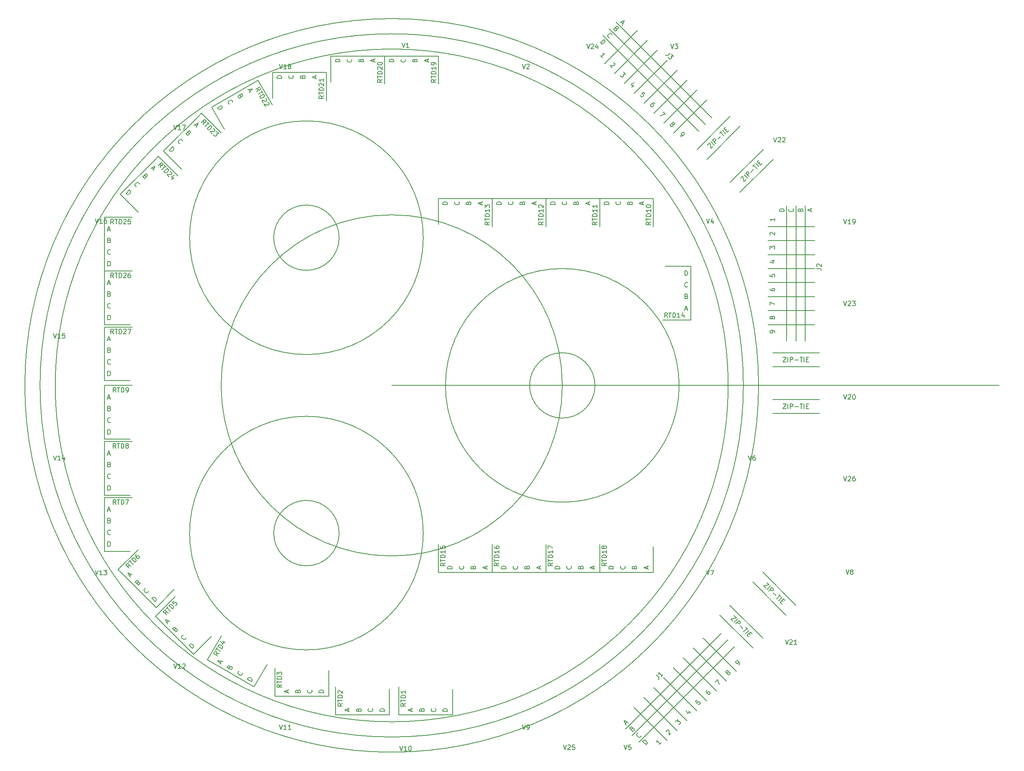
<source format=gto>
G04 #@! TF.FileFunction,Legend,Top*
%FSLAX46Y46*%
G04 Gerber Fmt 4.6, Leading zero omitted, Abs format (unit mm)*
G04 Created by KiCad (PCBNEW 4.0.6) date Fri Oct 27 03:20:27 2017*
%MOMM*%
%LPD*%
G01*
G04 APERTURE LIST*
%ADD10C,0.100000*%
%ADD11C,0.200000*%
%ADD12C,0.150000*%
G04 APERTURE END LIST*
D10*
D11*
X193500000Y-100000000D02*
G75*
G03X193500000Y-100000000I-7000000J0D01*
G01*
X225250000Y-100000000D02*
G75*
G03X225250000Y-100000000I-75250000J0D01*
G01*
X156750000Y-131610000D02*
G75*
G03X156750000Y-131610000I-25000000J0D01*
G01*
X138750000Y-131610000D02*
G75*
G03X138750000Y-131610000I-7000000J0D01*
G01*
X156750000Y-68390000D02*
G75*
G03X156750000Y-68390000I-25000000J0D01*
G01*
X138750000Y-68390000D02*
G75*
G03X138750000Y-68390000I-7000000J0D01*
G01*
X211500000Y-100000000D02*
G75*
G03X211500000Y-100000000I-25000000J0D01*
G01*
X222000000Y-100000000D02*
G75*
G03X222000000Y-100000000I-72000000J0D01*
G01*
X186500000Y-100000000D02*
G75*
G03X186500000Y-100000000I-36500000J0D01*
G01*
X150000000Y-100000000D02*
X280000000Y-100000000D01*
X228500000Y-100000000D02*
G75*
G03X228500000Y-100000000I-78500000J0D01*
G01*
D12*
X194500000Y-140000000D02*
X195500000Y-140000000D01*
X194500000Y-134000000D02*
X194500000Y-140000000D01*
X195500000Y-140000000D02*
X206000000Y-140000000D01*
X206000000Y-140000000D02*
X206000000Y-134500000D01*
X220202796Y-149140350D02*
X227273864Y-156211418D01*
X229395184Y-139947962D02*
X236466252Y-147019030D01*
X227273864Y-142069282D02*
X234344931Y-149140350D01*
X222324116Y-147019030D02*
X229395184Y-154090098D01*
X216667262Y-154090098D02*
X223738330Y-161161165D01*
X214545941Y-156211418D02*
X221617009Y-163282486D01*
X212424621Y-158332738D02*
X219495689Y-165403806D01*
X210303301Y-160454059D02*
X217374369Y-167525126D01*
X208181980Y-162575379D02*
X215253048Y-169646447D01*
X206060660Y-164696699D02*
X213131728Y-171767767D01*
X203939340Y-166818020D02*
X211010408Y-173889088D01*
X201818019Y-168939340D02*
X208889087Y-176010408D01*
X200050252Y-173535534D02*
X220556349Y-153029437D01*
X201464466Y-174949748D02*
X221970563Y-154443651D01*
X202878680Y-176363961D02*
X223384776Y-155857865D01*
X138000000Y-170500000D02*
X139000000Y-170500000D01*
X138000000Y-164500000D02*
X138000000Y-170500000D01*
X139000000Y-170500000D02*
X149500000Y-170500000D01*
X149500000Y-170500000D02*
X149500000Y-165000000D01*
X121415064Y-34718911D02*
X120549038Y-35218911D01*
X124415064Y-39915064D02*
X121415064Y-34718911D01*
X120549038Y-35218911D02*
X111455771Y-40468911D01*
X111455771Y-40468911D02*
X114205771Y-45232051D01*
X241500000Y-93000000D02*
X231500000Y-93000000D01*
X241500000Y-106000000D02*
X231500000Y-106000000D01*
X241500000Y-103000000D02*
X231500000Y-103000000D01*
X241500000Y-96000000D02*
X231500000Y-96000000D01*
X240500000Y-87000000D02*
X230500000Y-87000000D01*
X240500000Y-84000000D02*
X230500000Y-84000000D01*
X240500000Y-81000000D02*
X230500000Y-81000000D01*
X240500000Y-78000000D02*
X230500000Y-78000000D01*
X240500000Y-75000000D02*
X230500000Y-75000000D01*
X240500000Y-72000000D02*
X230500000Y-72000000D01*
X240500000Y-69000000D02*
X230500000Y-69000000D01*
X240500000Y-66000000D02*
X230500000Y-66000000D01*
X238500000Y-61500000D02*
X238500000Y-90500000D01*
X236500000Y-61500000D02*
X236500000Y-90500000D01*
X234500000Y-61500000D02*
X234500000Y-90500000D01*
X222409903Y-42424622D02*
X215338835Y-49495690D01*
X231602291Y-51617010D02*
X224531223Y-58688078D01*
X229480971Y-49495690D02*
X222409903Y-56566757D01*
X224531223Y-44545942D02*
X217460155Y-51617010D01*
X217460155Y-38889088D02*
X210389088Y-45960156D01*
X215338835Y-36767767D02*
X208267767Y-43838835D01*
X213217515Y-34646447D02*
X206146447Y-41717515D01*
X211096194Y-32525127D02*
X204025127Y-39596195D01*
X208974874Y-30403806D02*
X201903806Y-37474874D01*
X206853554Y-28282486D02*
X199782486Y-35353554D01*
X204732233Y-26161166D02*
X197661165Y-33232234D01*
X202610913Y-24039845D02*
X195539845Y-31110913D01*
X198014719Y-22272078D02*
X218520816Y-42778175D01*
X196600505Y-23686292D02*
X217106602Y-44192389D01*
X195186292Y-25100506D02*
X215692388Y-45606602D01*
X151500000Y-170500000D02*
X152500000Y-170500000D01*
X151500000Y-164500000D02*
X151500000Y-170500000D01*
X152500000Y-170500000D02*
X163000000Y-170500000D01*
X163000000Y-170500000D02*
X163000000Y-165000000D01*
X125000000Y-166500000D02*
X126000000Y-166500000D01*
X125000000Y-160500000D02*
X125000000Y-166500000D01*
X126000000Y-166500000D02*
X136500000Y-166500000D01*
X136500000Y-166500000D02*
X136500000Y-161000000D01*
X110584936Y-158781089D02*
X111450962Y-159281089D01*
X113584936Y-153584936D02*
X110584936Y-158781089D01*
X111450962Y-159281089D02*
X120544229Y-164531089D01*
X120544229Y-164531089D02*
X123294229Y-159767949D01*
X99454058Y-149403806D02*
X100161165Y-150110913D01*
X103696699Y-145161165D02*
X99454058Y-149403806D01*
X100161165Y-150110913D02*
X107585786Y-157535534D01*
X107585786Y-157535534D02*
X111474874Y-153646446D01*
X91454058Y-139403806D02*
X92161165Y-140110913D01*
X95696699Y-135161165D02*
X91454058Y-139403806D01*
X92161165Y-140110913D02*
X99585786Y-147535534D01*
X99585786Y-147535534D02*
X103474874Y-143646446D01*
X88500000Y-124000000D02*
X88500000Y-125000000D01*
X94500000Y-124000000D02*
X88500000Y-124000000D01*
X88500000Y-125000000D02*
X88500000Y-135500000D01*
X88500000Y-135500000D02*
X94000000Y-135500000D01*
X88500000Y-112000000D02*
X88500000Y-113000000D01*
X94500000Y-112000000D02*
X88500000Y-112000000D01*
X88500000Y-113000000D02*
X88500000Y-123500000D01*
X88500000Y-123500000D02*
X94000000Y-123500000D01*
X88500000Y-100000000D02*
X88500000Y-101000000D01*
X94500000Y-100000000D02*
X88500000Y-100000000D01*
X88500000Y-101000000D02*
X88500000Y-111500000D01*
X88500000Y-111500000D02*
X94000000Y-111500000D01*
X206000000Y-60000000D02*
X205000000Y-60000000D01*
X206000000Y-66000000D02*
X206000000Y-60000000D01*
X205000000Y-60000000D02*
X194500000Y-60000000D01*
X194500000Y-60000000D02*
X194500000Y-65500000D01*
X194500000Y-60000000D02*
X193500000Y-60000000D01*
X194500000Y-66000000D02*
X194500000Y-60000000D01*
X193500000Y-60000000D02*
X183000000Y-60000000D01*
X183000000Y-60000000D02*
X183000000Y-65500000D01*
X183000000Y-60000000D02*
X182000000Y-60000000D01*
X183000000Y-66000000D02*
X183000000Y-60000000D01*
X182000000Y-60000000D02*
X171500000Y-60000000D01*
X171500000Y-60000000D02*
X171500000Y-65500000D01*
X171500000Y-60000000D02*
X170500000Y-60000000D01*
X171500000Y-66000000D02*
X171500000Y-60000000D01*
X170500000Y-60000000D02*
X160000000Y-60000000D01*
X160000000Y-60000000D02*
X160000000Y-65500000D01*
X214000000Y-86000000D02*
X214000000Y-85000000D01*
X208000000Y-86000000D02*
X214000000Y-86000000D01*
X214000000Y-85000000D02*
X214000000Y-74500000D01*
X214000000Y-74500000D02*
X208500000Y-74500000D01*
X160000000Y-29500000D02*
X159000000Y-29500000D01*
X160000000Y-35500000D02*
X160000000Y-29500000D01*
X159000000Y-29500000D02*
X148500000Y-29500000D01*
X148500000Y-29500000D02*
X148500000Y-35000000D01*
X148500000Y-29500000D02*
X147500000Y-29500000D01*
X148500000Y-35500000D02*
X148500000Y-29500000D01*
X147500000Y-29500000D02*
X137000000Y-29500000D01*
X137000000Y-29500000D02*
X137000000Y-35000000D01*
X136000000Y-33000000D02*
X135000000Y-33000000D01*
X136000000Y-39000000D02*
X136000000Y-33000000D01*
X135000000Y-33000000D02*
X124500000Y-33000000D01*
X124500000Y-33000000D02*
X124500000Y-38500000D01*
X109292893Y-41757359D02*
X108585786Y-42464466D01*
X113535534Y-46000000D02*
X109292893Y-41757359D01*
X108585786Y-42464466D02*
X101161165Y-49889087D01*
X101161165Y-49889087D02*
X105050253Y-53778175D01*
X100060660Y-50989592D02*
X99353553Y-51696699D01*
X104303301Y-55232233D02*
X100060660Y-50989592D01*
X99353553Y-51696699D02*
X91928932Y-59121320D01*
X91928932Y-59121320D02*
X95818020Y-63010408D01*
X88500000Y-64000000D02*
X88500000Y-65000000D01*
X94500000Y-64000000D02*
X88500000Y-64000000D01*
X88500000Y-65000000D02*
X88500000Y-75500000D01*
X88500000Y-75500000D02*
X94000000Y-75500000D01*
X88500000Y-75500000D02*
X88500000Y-76500000D01*
X94500000Y-75500000D02*
X88500000Y-75500000D01*
X88500000Y-76500000D02*
X88500000Y-87000000D01*
X88500000Y-87000000D02*
X94000000Y-87000000D01*
X88500000Y-87500000D02*
X88500000Y-88500000D01*
X94500000Y-87500000D02*
X88500000Y-87500000D01*
X88500000Y-88500000D02*
X88500000Y-99000000D01*
X88500000Y-99000000D02*
X94000000Y-99000000D01*
X171500000Y-140000000D02*
X172500000Y-140000000D01*
X171500000Y-134000000D02*
X171500000Y-140000000D01*
X172500000Y-140000000D02*
X183000000Y-140000000D01*
X183000000Y-140000000D02*
X183000000Y-134500000D01*
X183000000Y-140000000D02*
X184000000Y-140000000D01*
X183000000Y-134000000D02*
X183000000Y-140000000D01*
X184000000Y-140000000D02*
X194500000Y-140000000D01*
X194500000Y-140000000D02*
X194500000Y-134500000D01*
X160000000Y-140000000D02*
X161000000Y-140000000D01*
X160000000Y-134000000D02*
X160000000Y-140000000D01*
X161000000Y-140000000D02*
X171500000Y-140000000D01*
X171500000Y-140000000D02*
X171500000Y-134500000D01*
X195952381Y-138023809D02*
X195476190Y-138357143D01*
X195952381Y-138595238D02*
X194952381Y-138595238D01*
X194952381Y-138214285D01*
X195000000Y-138119047D01*
X195047619Y-138071428D01*
X195142857Y-138023809D01*
X195285714Y-138023809D01*
X195380952Y-138071428D01*
X195428571Y-138119047D01*
X195476190Y-138214285D01*
X195476190Y-138595238D01*
X194952381Y-137738095D02*
X194952381Y-137166666D01*
X195952381Y-137452381D02*
X194952381Y-137452381D01*
X195952381Y-136833333D02*
X194952381Y-136833333D01*
X194952381Y-136595238D01*
X195000000Y-136452380D01*
X195095238Y-136357142D01*
X195190476Y-136309523D01*
X195380952Y-136261904D01*
X195523810Y-136261904D01*
X195714286Y-136309523D01*
X195809524Y-136357142D01*
X195904762Y-136452380D01*
X195952381Y-136595238D01*
X195952381Y-136833333D01*
X195952381Y-135309523D02*
X195952381Y-135880952D01*
X195952381Y-135595238D02*
X194952381Y-135595238D01*
X195095238Y-135690476D01*
X195190476Y-135785714D01*
X195238095Y-135880952D01*
X195380952Y-134738095D02*
X195333333Y-134833333D01*
X195285714Y-134880952D01*
X195190476Y-134928571D01*
X195142857Y-134928571D01*
X195047619Y-134880952D01*
X195000000Y-134833333D01*
X194952381Y-134738095D01*
X194952381Y-134547618D01*
X195000000Y-134452380D01*
X195047619Y-134404761D01*
X195142857Y-134357142D01*
X195190476Y-134357142D01*
X195285714Y-134404761D01*
X195333333Y-134452380D01*
X195380952Y-134547618D01*
X195380952Y-134738095D01*
X195428571Y-134833333D01*
X195476190Y-134880952D01*
X195571429Y-134928571D01*
X195761905Y-134928571D01*
X195857143Y-134880952D01*
X195904762Y-134833333D01*
X195952381Y-134738095D01*
X195952381Y-134547618D01*
X195904762Y-134452380D01*
X195857143Y-134404761D01*
X195761905Y-134357142D01*
X195571429Y-134357142D01*
X195476190Y-134404761D01*
X195428571Y-134452380D01*
X195380952Y-134547618D01*
X197452381Y-139261905D02*
X196452381Y-139261905D01*
X196452381Y-139023810D01*
X196500000Y-138880952D01*
X196595238Y-138785714D01*
X196690476Y-138738095D01*
X196880952Y-138690476D01*
X197023810Y-138690476D01*
X197214286Y-138738095D01*
X197309524Y-138785714D01*
X197404762Y-138880952D01*
X197452381Y-139023810D01*
X197452381Y-139261905D01*
X199857143Y-138690476D02*
X199904762Y-138738095D01*
X199952381Y-138880952D01*
X199952381Y-138976190D01*
X199904762Y-139119048D01*
X199809524Y-139214286D01*
X199714286Y-139261905D01*
X199523810Y-139309524D01*
X199380952Y-139309524D01*
X199190476Y-139261905D01*
X199095238Y-139214286D01*
X199000000Y-139119048D01*
X198952381Y-138976190D01*
X198952381Y-138880952D01*
X199000000Y-138738095D01*
X199047619Y-138690476D01*
X201928571Y-138928571D02*
X201976190Y-138785714D01*
X202023810Y-138738095D01*
X202119048Y-138690476D01*
X202261905Y-138690476D01*
X202357143Y-138738095D01*
X202404762Y-138785714D01*
X202452381Y-138880952D01*
X202452381Y-139261905D01*
X201452381Y-139261905D01*
X201452381Y-138928571D01*
X201500000Y-138833333D01*
X201547619Y-138785714D01*
X201642857Y-138738095D01*
X201738095Y-138738095D01*
X201833333Y-138785714D01*
X201880952Y-138833333D01*
X201928571Y-138928571D01*
X201928571Y-139261905D01*
X204666667Y-139238095D02*
X204666667Y-138761904D01*
X204952381Y-139333333D02*
X203952381Y-139000000D01*
X204952381Y-138666666D01*
X206611530Y-161957166D02*
X207116606Y-162462242D01*
X207183949Y-162596930D01*
X207183949Y-162731617D01*
X207116606Y-162866304D01*
X207049262Y-162933647D01*
X208025743Y-161957166D02*
X207621682Y-162361227D01*
X207823712Y-162159197D02*
X207116606Y-161452090D01*
X207150277Y-161620449D01*
X207150277Y-161755136D01*
X207116606Y-161856151D01*
X223233254Y-149275038D02*
X223704659Y-149746443D01*
X222526147Y-149982145D01*
X222997552Y-150453549D01*
X223266926Y-150722923D02*
X223974033Y-150015816D01*
X223603643Y-151059640D02*
X224310750Y-150352534D01*
X224580124Y-150621908D01*
X224613796Y-150722923D01*
X224613796Y-150790267D01*
X224580124Y-150891282D01*
X224479109Y-150992297D01*
X224378094Y-151025969D01*
X224310750Y-151025969D01*
X224209735Y-150992297D01*
X223940361Y-150722922D01*
X224580123Y-151497373D02*
X225118872Y-152036122D01*
X225792307Y-151834091D02*
X226196368Y-152238152D01*
X225287230Y-152743228D02*
X225994337Y-152036121D01*
X225724963Y-153180961D02*
X226432070Y-152473854D01*
X226432070Y-153147288D02*
X226667773Y-153382991D01*
X226398398Y-153854396D02*
X226061680Y-153517678D01*
X226768787Y-152810571D01*
X227105505Y-153147289D01*
X224277078Y-159847968D02*
X224411765Y-159713281D01*
X224445437Y-159612265D01*
X224445437Y-159544921D01*
X224411765Y-159376563D01*
X224310750Y-159208204D01*
X224041376Y-158938830D01*
X223940361Y-158905158D01*
X223873017Y-158905158D01*
X223772002Y-158938830D01*
X223637314Y-159073517D01*
X223603643Y-159174532D01*
X223603643Y-159241876D01*
X223637314Y-159342891D01*
X223805673Y-159511250D01*
X223906688Y-159544921D01*
X223974032Y-159544922D01*
X224075047Y-159511250D01*
X224209735Y-159376563D01*
X224243407Y-159275548D01*
X224243406Y-159208203D01*
X224209734Y-159107188D01*
X221819040Y-161497883D02*
X221718025Y-161531555D01*
X221650681Y-161531555D01*
X221549666Y-161497883D01*
X221515994Y-161464211D01*
X221482323Y-161363196D01*
X221482323Y-161295852D01*
X221515994Y-161194837D01*
X221650682Y-161060150D01*
X221751697Y-161026478D01*
X221819041Y-161026478D01*
X221920056Y-161060150D01*
X221953727Y-161093821D01*
X221987399Y-161194837D01*
X221987399Y-161262180D01*
X221953727Y-161363195D01*
X221819040Y-161497883D01*
X221785368Y-161598898D01*
X221785368Y-161666241D01*
X221819041Y-161767257D01*
X221953727Y-161901944D01*
X222054743Y-161935616D01*
X222122086Y-161935616D01*
X222223101Y-161901944D01*
X222357789Y-161767257D01*
X222391461Y-161666241D01*
X222391461Y-161598898D01*
X222357789Y-161497883D01*
X222223102Y-161363196D01*
X222122086Y-161329523D01*
X222054743Y-161329523D01*
X221953727Y-161363195D01*
X219226315Y-163484516D02*
X219697720Y-163013111D01*
X220101780Y-164023264D01*
X217475384Y-165235447D02*
X217340697Y-165370135D01*
X217307025Y-165471150D01*
X217307025Y-165538493D01*
X217340697Y-165706852D01*
X217441712Y-165875211D01*
X217711086Y-166144585D01*
X217812102Y-166178257D01*
X217879445Y-166178257D01*
X217980460Y-166144585D01*
X218115148Y-166009898D01*
X218148820Y-165908882D01*
X218148820Y-165841539D01*
X218115148Y-165740524D01*
X217946789Y-165572165D01*
X217845773Y-165538493D01*
X217778430Y-165538493D01*
X217677415Y-165572164D01*
X217542727Y-165706852D01*
X217509055Y-165807867D01*
X217509055Y-165875211D01*
X217542728Y-165976227D01*
X215387736Y-167323096D02*
X215051018Y-167659813D01*
X215354064Y-168030202D01*
X215354064Y-167962859D01*
X215387735Y-167861844D01*
X215556095Y-167693484D01*
X215657110Y-167659813D01*
X215724453Y-167659813D01*
X215825469Y-167693485D01*
X215993828Y-167861844D01*
X216027500Y-167962859D01*
X216027500Y-168030202D01*
X215993828Y-168131218D01*
X215825469Y-168299577D01*
X215724453Y-168333249D01*
X215657110Y-168333249D01*
X213468445Y-169713789D02*
X213939850Y-170185194D01*
X213030712Y-169612775D02*
X213367430Y-170286210D01*
X213805163Y-169848477D01*
X210741034Y-171969798D02*
X211178767Y-171532065D01*
X211212438Y-172037141D01*
X211313454Y-171936125D01*
X211414469Y-171902454D01*
X211481812Y-171902454D01*
X211582828Y-171936126D01*
X211751187Y-172104485D01*
X211784859Y-172205500D01*
X211784859Y-172272843D01*
X211751187Y-172373859D01*
X211549156Y-172575890D01*
X211448141Y-172609561D01*
X211380797Y-172609561D01*
X208720729Y-174124790D02*
X208720729Y-174057446D01*
X208754401Y-173956431D01*
X208922760Y-173788072D01*
X209023775Y-173754400D01*
X209091119Y-173754400D01*
X209192134Y-173788072D01*
X209259477Y-173855415D01*
X209326821Y-173990102D01*
X209326821Y-174798225D01*
X209764554Y-174360492D01*
X207643233Y-176481812D02*
X207239171Y-176885873D01*
X207441202Y-176683843D02*
X206734095Y-175976736D01*
X206767767Y-176145094D01*
X206767767Y-176279781D01*
X206734095Y-176380797D01*
X204427580Y-176869037D02*
X203720473Y-176161931D01*
X203888832Y-175993572D01*
X204023519Y-175926228D01*
X204158206Y-175926228D01*
X204259221Y-175959900D01*
X204427580Y-176060915D01*
X204528596Y-176161931D01*
X204629611Y-176330289D01*
X204663283Y-176431304D01*
X204663283Y-176565991D01*
X204595938Y-176700679D01*
X204427580Y-176869037D01*
X203350085Y-174983420D02*
X203350085Y-175050763D01*
X203282741Y-175185450D01*
X203215398Y-175252793D01*
X203080710Y-175320138D01*
X202946023Y-175320138D01*
X202845008Y-175286466D01*
X202676650Y-175185451D01*
X202575634Y-175084435D01*
X202474619Y-174916076D01*
X202440947Y-174815061D01*
X202440947Y-174680374D01*
X202508291Y-174545687D01*
X202575635Y-174478343D01*
X202710321Y-174411000D01*
X202777665Y-174411000D01*
X201464466Y-173434518D02*
X201599153Y-173367175D01*
X201666497Y-173367175D01*
X201767512Y-173400847D01*
X201868527Y-173501862D01*
X201902199Y-173602877D01*
X201902199Y-173670221D01*
X201868527Y-173771236D01*
X201599153Y-174040610D01*
X200892046Y-173333504D01*
X201127749Y-173097801D01*
X201228764Y-173064129D01*
X201296107Y-173064129D01*
X201397123Y-173097801D01*
X201464466Y-173165144D01*
X201498138Y-173266160D01*
X201498138Y-173333503D01*
X201464466Y-173434518D01*
X201228763Y-173670221D01*
X199999745Y-172407531D02*
X200336463Y-172070813D01*
X200134432Y-172676905D02*
X199663027Y-171734096D01*
X200605836Y-172205500D01*
X230304322Y-142203970D02*
X230775727Y-142675375D01*
X229597215Y-142911077D01*
X230068620Y-143382481D01*
X230337994Y-143651855D02*
X231045101Y-142944748D01*
X230674711Y-143988572D02*
X231381818Y-143281466D01*
X231651192Y-143550840D01*
X231684864Y-143651855D01*
X231684864Y-143719199D01*
X231651192Y-143820214D01*
X231550177Y-143921229D01*
X231449162Y-143954901D01*
X231381818Y-143954901D01*
X231280803Y-143921229D01*
X231011429Y-143651854D01*
X231651191Y-144426305D02*
X232189940Y-144965054D01*
X232863375Y-144763023D02*
X233267436Y-145167084D01*
X232358298Y-145672160D02*
X233065405Y-144965053D01*
X232796031Y-146109893D02*
X233503138Y-145402786D01*
X233503138Y-146076220D02*
X233738841Y-146311923D01*
X233469466Y-146783328D02*
X233132748Y-146446610D01*
X233839855Y-145739503D01*
X234176573Y-146076221D01*
X139452381Y-168047619D02*
X138976190Y-168380953D01*
X139452381Y-168619048D02*
X138452381Y-168619048D01*
X138452381Y-168238095D01*
X138500000Y-168142857D01*
X138547619Y-168095238D01*
X138642857Y-168047619D01*
X138785714Y-168047619D01*
X138880952Y-168095238D01*
X138928571Y-168142857D01*
X138976190Y-168238095D01*
X138976190Y-168619048D01*
X138452381Y-167761905D02*
X138452381Y-167190476D01*
X139452381Y-167476191D02*
X138452381Y-167476191D01*
X139452381Y-166857143D02*
X138452381Y-166857143D01*
X138452381Y-166619048D01*
X138500000Y-166476190D01*
X138595238Y-166380952D01*
X138690476Y-166333333D01*
X138880952Y-166285714D01*
X139023810Y-166285714D01*
X139214286Y-166333333D01*
X139309524Y-166380952D01*
X139404762Y-166476190D01*
X139452381Y-166619048D01*
X139452381Y-166857143D01*
X138547619Y-165904762D02*
X138500000Y-165857143D01*
X138452381Y-165761905D01*
X138452381Y-165523809D01*
X138500000Y-165428571D01*
X138547619Y-165380952D01*
X138642857Y-165333333D01*
X138738095Y-165333333D01*
X138880952Y-165380952D01*
X139452381Y-165952381D01*
X139452381Y-165333333D01*
X148452381Y-169761905D02*
X147452381Y-169761905D01*
X147452381Y-169523810D01*
X147500000Y-169380952D01*
X147595238Y-169285714D01*
X147690476Y-169238095D01*
X147880952Y-169190476D01*
X148023810Y-169190476D01*
X148214286Y-169238095D01*
X148309524Y-169285714D01*
X148404762Y-169380952D01*
X148452381Y-169523810D01*
X148452381Y-169761905D01*
X145857143Y-169190476D02*
X145904762Y-169238095D01*
X145952381Y-169380952D01*
X145952381Y-169476190D01*
X145904762Y-169619048D01*
X145809524Y-169714286D01*
X145714286Y-169761905D01*
X145523810Y-169809524D01*
X145380952Y-169809524D01*
X145190476Y-169761905D01*
X145095238Y-169714286D01*
X145000000Y-169619048D01*
X144952381Y-169476190D01*
X144952381Y-169380952D01*
X145000000Y-169238095D01*
X145047619Y-169190476D01*
X142928571Y-169428571D02*
X142976190Y-169285714D01*
X143023810Y-169238095D01*
X143119048Y-169190476D01*
X143261905Y-169190476D01*
X143357143Y-169238095D01*
X143404762Y-169285714D01*
X143452381Y-169380952D01*
X143452381Y-169761905D01*
X142452381Y-169761905D01*
X142452381Y-169428571D01*
X142500000Y-169333333D01*
X142547619Y-169285714D01*
X142642857Y-169238095D01*
X142738095Y-169238095D01*
X142833333Y-169285714D01*
X142880952Y-169333333D01*
X142928571Y-169428571D01*
X142928571Y-169761905D01*
X140666667Y-169738095D02*
X140666667Y-169261904D01*
X140952381Y-169833333D02*
X139952381Y-169500000D01*
X140952381Y-169166666D01*
X121145360Y-37156533D02*
X121391087Y-36629762D01*
X120859646Y-36661661D02*
X121725671Y-36161661D01*
X121916147Y-36491576D01*
X121922527Y-36597864D01*
X121905097Y-36662913D01*
X121846428Y-36751771D01*
X121722711Y-36823200D01*
X121616423Y-36829579D01*
X121551374Y-36812150D01*
X121462516Y-36753481D01*
X121272039Y-36423566D01*
X122154242Y-36903969D02*
X122439957Y-37398841D01*
X121431074Y-37651404D02*
X122297099Y-37151404D01*
X121740598Y-38187516D02*
X122606623Y-37687516D01*
X122725671Y-37893712D01*
X122755861Y-38041240D01*
X122721001Y-38171338D01*
X122662332Y-38260196D01*
X122521185Y-38396673D01*
X122397466Y-38468102D01*
X122208699Y-38522101D01*
X122102411Y-38528481D01*
X121972314Y-38493621D01*
X121859646Y-38393712D01*
X121740598Y-38187516D01*
X123000335Y-38559921D02*
X123065384Y-38577351D01*
X123154242Y-38636020D01*
X123273290Y-38842217D01*
X123279670Y-38948505D01*
X123262240Y-39013554D01*
X123203571Y-39102412D01*
X123121093Y-39150031D01*
X122973566Y-39180220D01*
X122192979Y-38971063D01*
X122502503Y-39507174D01*
X123476526Y-39384707D02*
X123541575Y-39402137D01*
X123630433Y-39460806D01*
X123749481Y-39667003D01*
X123755861Y-39773291D01*
X123738431Y-39838340D01*
X123679762Y-39927198D01*
X123597283Y-39974817D01*
X123449756Y-40005006D01*
X122669170Y-39795849D01*
X122978694Y-40331960D01*
X112732083Y-40584310D02*
X113598108Y-40084310D01*
X113717156Y-40290506D01*
X113747346Y-40438035D01*
X113712486Y-40568132D01*
X113653817Y-40656990D01*
X113512670Y-40793468D01*
X113388951Y-40864897D01*
X113200184Y-40918895D01*
X113093896Y-40925275D01*
X112963799Y-40890416D01*
X112851131Y-40790506D01*
X112732083Y-40584310D01*
X115265340Y-39781563D02*
X115200291Y-39764133D01*
X115087624Y-39664225D01*
X115040005Y-39581747D01*
X115009815Y-39434218D01*
X115044674Y-39304121D01*
X115103343Y-39215263D01*
X115244491Y-39078785D01*
X115368210Y-39007356D01*
X115556976Y-38953358D01*
X115663264Y-38946978D01*
X115793362Y-38981837D01*
X115906030Y-39081747D01*
X115953649Y-39164225D01*
X115983838Y-39311752D01*
X115966408Y-39376801D01*
X117682510Y-38111081D02*
X117712699Y-38258608D01*
X117695268Y-38323657D01*
X117636599Y-38412516D01*
X117512882Y-38483944D01*
X117406594Y-38490324D01*
X117341545Y-38472894D01*
X117252687Y-38414225D01*
X117062210Y-38084310D01*
X117928235Y-37584310D01*
X118094902Y-37872986D01*
X118101282Y-37979274D01*
X118083852Y-38044323D01*
X118025183Y-38133181D01*
X117942705Y-38180800D01*
X117836417Y-38187180D01*
X117771368Y-38169750D01*
X117682510Y-38111081D01*
X117515843Y-37822405D01*
X119486615Y-36712073D02*
X119724710Y-37124467D01*
X119191560Y-36772452D02*
X120224252Y-36561126D01*
X119524894Y-37349802D01*
X240952381Y-74993333D02*
X241666667Y-74993333D01*
X241809524Y-75040953D01*
X241904762Y-75136191D01*
X241952381Y-75279048D01*
X241952381Y-75374286D01*
X241047619Y-74564762D02*
X241000000Y-74517143D01*
X240952381Y-74421905D01*
X240952381Y-74183809D01*
X241000000Y-74088571D01*
X241047619Y-74040952D01*
X241142857Y-73993333D01*
X241238095Y-73993333D01*
X241380952Y-74040952D01*
X241952381Y-74612381D01*
X241952381Y-73993333D01*
X233738096Y-93952381D02*
X234404763Y-93952381D01*
X233738096Y-94952381D01*
X234404763Y-94952381D01*
X234785715Y-94952381D02*
X234785715Y-93952381D01*
X235261905Y-94952381D02*
X235261905Y-93952381D01*
X235642858Y-93952381D01*
X235738096Y-94000000D01*
X235785715Y-94047619D01*
X235833334Y-94142857D01*
X235833334Y-94285714D01*
X235785715Y-94380952D01*
X235738096Y-94428571D01*
X235642858Y-94476190D01*
X235261905Y-94476190D01*
X236261905Y-94571429D02*
X237023810Y-94571429D01*
X237357143Y-93952381D02*
X237928572Y-93952381D01*
X237642857Y-94952381D02*
X237642857Y-93952381D01*
X238261905Y-94952381D02*
X238261905Y-93952381D01*
X238738095Y-94428571D02*
X239071429Y-94428571D01*
X239214286Y-94952381D02*
X238738095Y-94952381D01*
X238738095Y-93952381D01*
X239214286Y-93952381D01*
X231952381Y-88690476D02*
X231952381Y-88500000D01*
X231904762Y-88404761D01*
X231857143Y-88357142D01*
X231714286Y-88261904D01*
X231523810Y-88214285D01*
X231142857Y-88214285D01*
X231047619Y-88261904D01*
X231000000Y-88309523D01*
X230952381Y-88404761D01*
X230952381Y-88595238D01*
X231000000Y-88690476D01*
X231047619Y-88738095D01*
X231142857Y-88785714D01*
X231380952Y-88785714D01*
X231476190Y-88738095D01*
X231523810Y-88690476D01*
X231571429Y-88595238D01*
X231571429Y-88404761D01*
X231523810Y-88309523D01*
X231476190Y-88261904D01*
X231380952Y-88214285D01*
X231380952Y-85595238D02*
X231333333Y-85690476D01*
X231285714Y-85738095D01*
X231190476Y-85785714D01*
X231142857Y-85785714D01*
X231047619Y-85738095D01*
X231000000Y-85690476D01*
X230952381Y-85595238D01*
X230952381Y-85404761D01*
X231000000Y-85309523D01*
X231047619Y-85261904D01*
X231142857Y-85214285D01*
X231190476Y-85214285D01*
X231285714Y-85261904D01*
X231333333Y-85309523D01*
X231380952Y-85404761D01*
X231380952Y-85595238D01*
X231428571Y-85690476D01*
X231476190Y-85738095D01*
X231571429Y-85785714D01*
X231761905Y-85785714D01*
X231857143Y-85738095D01*
X231904762Y-85690476D01*
X231952381Y-85595238D01*
X231952381Y-85404761D01*
X231904762Y-85309523D01*
X231857143Y-85261904D01*
X231761905Y-85214285D01*
X231571429Y-85214285D01*
X231476190Y-85261904D01*
X231428571Y-85309523D01*
X231380952Y-85404761D01*
X230952381Y-82833333D02*
X230952381Y-82166666D01*
X231952381Y-82595238D01*
X230952381Y-79309523D02*
X230952381Y-79500000D01*
X231000000Y-79595238D01*
X231047619Y-79642857D01*
X231190476Y-79738095D01*
X231380952Y-79785714D01*
X231761905Y-79785714D01*
X231857143Y-79738095D01*
X231904762Y-79690476D01*
X231952381Y-79595238D01*
X231952381Y-79404761D01*
X231904762Y-79309523D01*
X231857143Y-79261904D01*
X231761905Y-79214285D01*
X231523810Y-79214285D01*
X231428571Y-79261904D01*
X231380952Y-79309523D01*
X231333333Y-79404761D01*
X231333333Y-79595238D01*
X231380952Y-79690476D01*
X231428571Y-79738095D01*
X231523810Y-79785714D01*
X230952381Y-76261904D02*
X230952381Y-76738095D01*
X231428571Y-76785714D01*
X231380952Y-76738095D01*
X231333333Y-76642857D01*
X231333333Y-76404761D01*
X231380952Y-76309523D01*
X231428571Y-76261904D01*
X231523810Y-76214285D01*
X231761905Y-76214285D01*
X231857143Y-76261904D01*
X231904762Y-76309523D01*
X231952381Y-76404761D01*
X231952381Y-76642857D01*
X231904762Y-76738095D01*
X231857143Y-76785714D01*
X231285714Y-73309523D02*
X231952381Y-73309523D01*
X230904762Y-73547619D02*
X231619048Y-73785714D01*
X231619048Y-73166666D01*
X230952381Y-70833333D02*
X230952381Y-70214285D01*
X231333333Y-70547619D01*
X231333333Y-70404761D01*
X231380952Y-70309523D01*
X231428571Y-70261904D01*
X231523810Y-70214285D01*
X231761905Y-70214285D01*
X231857143Y-70261904D01*
X231904762Y-70309523D01*
X231952381Y-70404761D01*
X231952381Y-70690476D01*
X231904762Y-70785714D01*
X231857143Y-70833333D01*
X231047619Y-67785714D02*
X231000000Y-67738095D01*
X230952381Y-67642857D01*
X230952381Y-67404761D01*
X231000000Y-67309523D01*
X231047619Y-67261904D01*
X231142857Y-67214285D01*
X231238095Y-67214285D01*
X231380952Y-67261904D01*
X231952381Y-67833333D01*
X231952381Y-67214285D01*
X231952381Y-64214285D02*
X231952381Y-64785714D01*
X231952381Y-64500000D02*
X230952381Y-64500000D01*
X231095238Y-64595238D01*
X231190476Y-64690476D01*
X231238095Y-64785714D01*
X233952381Y-62761905D02*
X232952381Y-62761905D01*
X232952381Y-62523810D01*
X233000000Y-62380952D01*
X233095238Y-62285714D01*
X233190476Y-62238095D01*
X233380952Y-62190476D01*
X233523810Y-62190476D01*
X233714286Y-62238095D01*
X233809524Y-62285714D01*
X233904762Y-62380952D01*
X233952381Y-62523810D01*
X233952381Y-62761905D01*
X235857143Y-62190476D02*
X235904762Y-62238095D01*
X235952381Y-62380952D01*
X235952381Y-62476190D01*
X235904762Y-62619048D01*
X235809524Y-62714286D01*
X235714286Y-62761905D01*
X235523810Y-62809524D01*
X235380952Y-62809524D01*
X235190476Y-62761905D01*
X235095238Y-62714286D01*
X235000000Y-62619048D01*
X234952381Y-62476190D01*
X234952381Y-62380952D01*
X235000000Y-62238095D01*
X235047619Y-62190476D01*
X237428571Y-62428571D02*
X237476190Y-62285714D01*
X237523810Y-62238095D01*
X237619048Y-62190476D01*
X237761905Y-62190476D01*
X237857143Y-62238095D01*
X237904762Y-62285714D01*
X237952381Y-62380952D01*
X237952381Y-62761905D01*
X236952381Y-62761905D01*
X236952381Y-62428571D01*
X237000000Y-62333333D01*
X237047619Y-62285714D01*
X237142857Y-62238095D01*
X237238095Y-62238095D01*
X237333333Y-62285714D01*
X237380952Y-62333333D01*
X237428571Y-62428571D01*
X237428571Y-62761905D01*
X239666667Y-62738095D02*
X239666667Y-62261904D01*
X239952381Y-62833333D02*
X238952381Y-62500000D01*
X239952381Y-62166666D01*
X233738096Y-103952381D02*
X234404763Y-103952381D01*
X233738096Y-104952381D01*
X234404763Y-104952381D01*
X234785715Y-104952381D02*
X234785715Y-103952381D01*
X235261905Y-104952381D02*
X235261905Y-103952381D01*
X235642858Y-103952381D01*
X235738096Y-104000000D01*
X235785715Y-104047619D01*
X235833334Y-104142857D01*
X235833334Y-104285714D01*
X235785715Y-104380952D01*
X235738096Y-104428571D01*
X235642858Y-104476190D01*
X235261905Y-104476190D01*
X236261905Y-104571429D02*
X237023810Y-104571429D01*
X237357143Y-103952381D02*
X237928572Y-103952381D01*
X237642857Y-104952381D02*
X237642857Y-103952381D01*
X238261905Y-104952381D02*
X238261905Y-103952381D01*
X238738095Y-104428571D02*
X239071429Y-104428571D01*
X239214286Y-104952381D02*
X238738095Y-104952381D01*
X238738095Y-103952381D01*
X239214286Y-103952381D01*
X209593087Y-28833356D02*
X209088011Y-29338432D01*
X208953323Y-29405775D01*
X208818636Y-29405775D01*
X208683949Y-29338432D01*
X208616606Y-29271088D01*
X209862461Y-29102730D02*
X210300194Y-29540463D01*
X209795117Y-29574134D01*
X209896133Y-29675150D01*
X209929805Y-29776165D01*
X209929805Y-29843508D01*
X209896133Y-29944524D01*
X209727774Y-30112883D01*
X209626759Y-30146554D01*
X209559415Y-30146554D01*
X209458400Y-30112883D01*
X209256369Y-29910852D01*
X209222697Y-29809836D01*
X209222697Y-29742493D01*
X217594843Y-48586552D02*
X218066248Y-48115147D01*
X218301950Y-49293659D01*
X218773354Y-48822254D01*
X219042728Y-48552880D02*
X218335621Y-47845773D01*
X219379445Y-48216163D02*
X218672339Y-47509056D01*
X218941713Y-47239682D01*
X219042728Y-47206010D01*
X219110072Y-47206010D01*
X219211087Y-47239682D01*
X219312102Y-47340697D01*
X219345774Y-47441712D01*
X219345774Y-47509056D01*
X219312102Y-47610071D01*
X219042727Y-47879445D01*
X219817178Y-47239683D02*
X220355927Y-46700934D01*
X220153896Y-46027499D02*
X220557957Y-45623438D01*
X221063033Y-46532576D02*
X220355926Y-45825469D01*
X221500766Y-46094843D02*
X220793659Y-45387736D01*
X221467093Y-45387736D02*
X221702796Y-45152033D01*
X222174201Y-45421408D02*
X221837483Y-45758126D01*
X221130376Y-45051019D01*
X221467094Y-44714301D01*
X211702285Y-46498904D02*
X211836972Y-46633591D01*
X211937988Y-46667263D01*
X212005332Y-46667263D01*
X212173690Y-46633591D01*
X212342049Y-46532576D01*
X212611423Y-46263202D01*
X212645095Y-46162187D01*
X212645095Y-46094843D01*
X212611423Y-45993828D01*
X212476736Y-45859140D01*
X212375721Y-45825469D01*
X212308377Y-45825469D01*
X212207362Y-45859140D01*
X212039003Y-46027499D01*
X212005332Y-46128514D01*
X212005331Y-46195858D01*
X212039003Y-46296873D01*
X212173690Y-46431561D01*
X212274705Y-46465233D01*
X212342050Y-46465232D01*
X212443065Y-46431560D01*
X210052370Y-44040866D02*
X210018698Y-43939851D01*
X210018698Y-43872507D01*
X210052370Y-43771492D01*
X210086042Y-43737820D01*
X210187057Y-43704149D01*
X210254401Y-43704149D01*
X210355416Y-43737820D01*
X210490103Y-43872508D01*
X210523775Y-43973523D01*
X210523775Y-44040867D01*
X210490103Y-44141882D01*
X210456432Y-44175553D01*
X210355416Y-44209225D01*
X210288073Y-44209225D01*
X210187058Y-44175553D01*
X210052370Y-44040866D01*
X209951355Y-44007194D01*
X209884012Y-44007194D01*
X209782996Y-44040867D01*
X209648309Y-44175553D01*
X209614637Y-44276569D01*
X209614637Y-44343912D01*
X209648309Y-44444927D01*
X209782996Y-44579615D01*
X209884012Y-44613287D01*
X209951355Y-44613287D01*
X210052370Y-44579615D01*
X210187057Y-44444928D01*
X210220730Y-44343912D01*
X210220730Y-44276569D01*
X210187058Y-44175553D01*
X208065737Y-41448141D02*
X208537142Y-41919546D01*
X207526989Y-42323606D01*
X206314806Y-39697210D02*
X206180118Y-39562523D01*
X206079103Y-39528851D01*
X206011760Y-39528851D01*
X205843401Y-39562523D01*
X205675042Y-39663538D01*
X205405668Y-39932912D01*
X205371996Y-40033928D01*
X205371996Y-40101271D01*
X205405668Y-40202286D01*
X205540355Y-40336974D01*
X205641371Y-40370646D01*
X205708714Y-40370646D01*
X205809729Y-40336974D01*
X205978088Y-40168615D01*
X206011760Y-40067599D01*
X206011760Y-40000256D01*
X205978089Y-39899241D01*
X205843401Y-39764553D01*
X205742386Y-39730881D01*
X205675042Y-39730881D01*
X205574026Y-39764554D01*
X204227157Y-37609562D02*
X203890440Y-37272844D01*
X203520051Y-37575890D01*
X203587394Y-37575890D01*
X203688409Y-37609561D01*
X203856769Y-37777921D01*
X203890440Y-37878936D01*
X203890440Y-37946279D01*
X203856768Y-38047295D01*
X203688409Y-38215654D01*
X203587394Y-38249326D01*
X203520051Y-38249326D01*
X203419035Y-38215654D01*
X203250676Y-38047295D01*
X203217004Y-37946279D01*
X203217004Y-37878936D01*
X201836464Y-35690271D02*
X201365059Y-36161676D01*
X201937478Y-35252538D02*
X201264043Y-35589256D01*
X201701776Y-36026989D01*
X199580455Y-32962860D02*
X200018188Y-33400593D01*
X199513112Y-33434264D01*
X199614128Y-33535280D01*
X199647799Y-33636295D01*
X199647799Y-33703638D01*
X199614127Y-33804654D01*
X199445768Y-33973013D01*
X199344753Y-34006685D01*
X199277410Y-34006685D01*
X199176394Y-33973013D01*
X198974363Y-33770982D01*
X198940692Y-33669967D01*
X198940692Y-33602623D01*
X197425463Y-30942555D02*
X197492807Y-30942555D01*
X197593822Y-30976227D01*
X197762181Y-31144586D01*
X197795853Y-31245601D01*
X197795853Y-31312945D01*
X197762181Y-31413960D01*
X197694838Y-31481303D01*
X197560151Y-31548647D01*
X196752028Y-31548647D01*
X197189761Y-31986380D01*
X195068441Y-29865059D02*
X194664380Y-29460997D01*
X194866410Y-29663028D02*
X195573517Y-28955921D01*
X195405159Y-28989593D01*
X195270472Y-28989593D01*
X195169456Y-28955921D01*
X194681216Y-26649406D02*
X195388322Y-25942299D01*
X195556681Y-26110658D01*
X195624025Y-26245345D01*
X195624025Y-26380032D01*
X195590353Y-26481047D01*
X195489338Y-26649406D01*
X195388322Y-26750422D01*
X195219964Y-26851437D01*
X195118949Y-26885109D01*
X194984262Y-26885109D01*
X194849574Y-26817764D01*
X194681216Y-26649406D01*
X196566833Y-25571911D02*
X196499490Y-25571911D01*
X196364803Y-25504567D01*
X196297460Y-25437224D01*
X196230115Y-25302536D01*
X196230115Y-25167849D01*
X196263787Y-25066834D01*
X196364802Y-24898476D01*
X196465818Y-24797460D01*
X196634177Y-24696445D01*
X196735192Y-24662773D01*
X196869879Y-24662773D01*
X197004566Y-24730117D01*
X197071910Y-24797461D01*
X197139253Y-24932147D01*
X197139253Y-24999491D01*
X198115735Y-23686292D02*
X198183078Y-23820979D01*
X198183078Y-23888323D01*
X198149406Y-23989338D01*
X198048391Y-24090353D01*
X197947376Y-24124025D01*
X197880032Y-24124025D01*
X197779017Y-24090353D01*
X197509643Y-23820979D01*
X198216749Y-23113872D01*
X198452452Y-23349575D01*
X198486124Y-23450590D01*
X198486124Y-23517933D01*
X198452452Y-23618949D01*
X198385109Y-23686292D01*
X198284093Y-23719964D01*
X198216750Y-23719964D01*
X198115735Y-23686292D01*
X197880032Y-23450589D01*
X199142722Y-22221571D02*
X199479440Y-22558289D01*
X198873348Y-22356258D02*
X199816157Y-21884853D01*
X199344753Y-22827662D01*
X224665911Y-55657620D02*
X225137316Y-55186215D01*
X225373018Y-56364727D01*
X225844422Y-55893322D01*
X226113796Y-55623948D02*
X225406689Y-54916841D01*
X226450513Y-55287231D02*
X225743407Y-54580124D01*
X226012781Y-54310750D01*
X226113796Y-54277078D01*
X226181140Y-54277078D01*
X226282155Y-54310750D01*
X226383170Y-54411765D01*
X226416842Y-54512780D01*
X226416842Y-54580124D01*
X226383170Y-54681139D01*
X226113795Y-54950513D01*
X226888246Y-54310751D02*
X227426995Y-53772002D01*
X227224964Y-53098567D02*
X227629025Y-52694506D01*
X228134101Y-53603644D02*
X227426994Y-52896537D01*
X228571834Y-53165911D02*
X227864727Y-52458804D01*
X228538161Y-52458804D02*
X228773864Y-52223101D01*
X229245269Y-52492476D02*
X228908551Y-52829194D01*
X228201444Y-52122087D01*
X228538162Y-51785369D01*
X152952381Y-168047619D02*
X152476190Y-168380953D01*
X152952381Y-168619048D02*
X151952381Y-168619048D01*
X151952381Y-168238095D01*
X152000000Y-168142857D01*
X152047619Y-168095238D01*
X152142857Y-168047619D01*
X152285714Y-168047619D01*
X152380952Y-168095238D01*
X152428571Y-168142857D01*
X152476190Y-168238095D01*
X152476190Y-168619048D01*
X151952381Y-167761905D02*
X151952381Y-167190476D01*
X152952381Y-167476191D02*
X151952381Y-167476191D01*
X152952381Y-166857143D02*
X151952381Y-166857143D01*
X151952381Y-166619048D01*
X152000000Y-166476190D01*
X152095238Y-166380952D01*
X152190476Y-166333333D01*
X152380952Y-166285714D01*
X152523810Y-166285714D01*
X152714286Y-166333333D01*
X152809524Y-166380952D01*
X152904762Y-166476190D01*
X152952381Y-166619048D01*
X152952381Y-166857143D01*
X152952381Y-165333333D02*
X152952381Y-165904762D01*
X152952381Y-165619048D02*
X151952381Y-165619048D01*
X152095238Y-165714286D01*
X152190476Y-165809524D01*
X152238095Y-165904762D01*
X161952381Y-169761905D02*
X160952381Y-169761905D01*
X160952381Y-169523810D01*
X161000000Y-169380952D01*
X161095238Y-169285714D01*
X161190476Y-169238095D01*
X161380952Y-169190476D01*
X161523810Y-169190476D01*
X161714286Y-169238095D01*
X161809524Y-169285714D01*
X161904762Y-169380952D01*
X161952381Y-169523810D01*
X161952381Y-169761905D01*
X159357143Y-169190476D02*
X159404762Y-169238095D01*
X159452381Y-169380952D01*
X159452381Y-169476190D01*
X159404762Y-169619048D01*
X159309524Y-169714286D01*
X159214286Y-169761905D01*
X159023810Y-169809524D01*
X158880952Y-169809524D01*
X158690476Y-169761905D01*
X158595238Y-169714286D01*
X158500000Y-169619048D01*
X158452381Y-169476190D01*
X158452381Y-169380952D01*
X158500000Y-169238095D01*
X158547619Y-169190476D01*
X156428571Y-169428571D02*
X156476190Y-169285714D01*
X156523810Y-169238095D01*
X156619048Y-169190476D01*
X156761905Y-169190476D01*
X156857143Y-169238095D01*
X156904762Y-169285714D01*
X156952381Y-169380952D01*
X156952381Y-169761905D01*
X155952381Y-169761905D01*
X155952381Y-169428571D01*
X156000000Y-169333333D01*
X156047619Y-169285714D01*
X156142857Y-169238095D01*
X156238095Y-169238095D01*
X156333333Y-169285714D01*
X156380952Y-169333333D01*
X156428571Y-169428571D01*
X156428571Y-169761905D01*
X154166667Y-169738095D02*
X154166667Y-169261904D01*
X154452381Y-169833333D02*
X153452381Y-169500000D01*
X154452381Y-169166666D01*
X126452381Y-164047619D02*
X125976190Y-164380953D01*
X126452381Y-164619048D02*
X125452381Y-164619048D01*
X125452381Y-164238095D01*
X125500000Y-164142857D01*
X125547619Y-164095238D01*
X125642857Y-164047619D01*
X125785714Y-164047619D01*
X125880952Y-164095238D01*
X125928571Y-164142857D01*
X125976190Y-164238095D01*
X125976190Y-164619048D01*
X125452381Y-163761905D02*
X125452381Y-163190476D01*
X126452381Y-163476191D02*
X125452381Y-163476191D01*
X126452381Y-162857143D02*
X125452381Y-162857143D01*
X125452381Y-162619048D01*
X125500000Y-162476190D01*
X125595238Y-162380952D01*
X125690476Y-162333333D01*
X125880952Y-162285714D01*
X126023810Y-162285714D01*
X126214286Y-162333333D01*
X126309524Y-162380952D01*
X126404762Y-162476190D01*
X126452381Y-162619048D01*
X126452381Y-162857143D01*
X125452381Y-161952381D02*
X125452381Y-161333333D01*
X125833333Y-161666667D01*
X125833333Y-161523809D01*
X125880952Y-161428571D01*
X125928571Y-161380952D01*
X126023810Y-161333333D01*
X126261905Y-161333333D01*
X126357143Y-161380952D01*
X126404762Y-161428571D01*
X126452381Y-161523809D01*
X126452381Y-161809524D01*
X126404762Y-161904762D01*
X126357143Y-161952381D01*
X135452381Y-165761905D02*
X134452381Y-165761905D01*
X134452381Y-165523810D01*
X134500000Y-165380952D01*
X134595238Y-165285714D01*
X134690476Y-165238095D01*
X134880952Y-165190476D01*
X135023810Y-165190476D01*
X135214286Y-165238095D01*
X135309524Y-165285714D01*
X135404762Y-165380952D01*
X135452381Y-165523810D01*
X135452381Y-165761905D01*
X132857143Y-165190476D02*
X132904762Y-165238095D01*
X132952381Y-165380952D01*
X132952381Y-165476190D01*
X132904762Y-165619048D01*
X132809524Y-165714286D01*
X132714286Y-165761905D01*
X132523810Y-165809524D01*
X132380952Y-165809524D01*
X132190476Y-165761905D01*
X132095238Y-165714286D01*
X132000000Y-165619048D01*
X131952381Y-165476190D01*
X131952381Y-165380952D01*
X132000000Y-165238095D01*
X132047619Y-165190476D01*
X129928571Y-165428571D02*
X129976190Y-165285714D01*
X130023810Y-165238095D01*
X130119048Y-165190476D01*
X130261905Y-165190476D01*
X130357143Y-165238095D01*
X130404762Y-165285714D01*
X130452381Y-165380952D01*
X130452381Y-165761905D01*
X129452381Y-165761905D01*
X129452381Y-165428571D01*
X129500000Y-165333333D01*
X129547619Y-165285714D01*
X129642857Y-165238095D01*
X129738095Y-165238095D01*
X129833333Y-165285714D01*
X129880952Y-165333333D01*
X129928571Y-165428571D01*
X129928571Y-165761905D01*
X127666667Y-165738095D02*
X127666667Y-165261904D01*
X127952381Y-165833333D02*
X126952381Y-165500000D01*
X127952381Y-165166666D01*
X113068926Y-157383455D02*
X112489865Y-157434035D01*
X112783211Y-157878327D02*
X111917186Y-157378327D01*
X112107663Y-157048412D01*
X112196521Y-156989743D01*
X112261570Y-156972313D01*
X112367858Y-156978693D01*
X112491575Y-157050122D01*
X112550244Y-157138980D01*
X112567674Y-157204029D01*
X112561294Y-157310317D01*
X112370818Y-157640232D01*
X112345758Y-156636020D02*
X112631472Y-156141148D01*
X113354640Y-156888584D02*
X112488615Y-156388584D01*
X113664164Y-156352473D02*
X112798139Y-155852473D01*
X112917186Y-155646276D01*
X113029854Y-155546367D01*
X113159952Y-155511508D01*
X113266240Y-155517887D01*
X113455006Y-155571886D01*
X113578725Y-155643315D01*
X113719873Y-155779792D01*
X113778542Y-155868651D01*
X113813401Y-155998748D01*
X113783211Y-156146276D01*
X113664164Y-156352473D01*
X113801099Y-154781960D02*
X114378450Y-155115293D01*
X113352137Y-154797681D02*
X113851680Y-155361020D01*
X114161204Y-154824909D01*
X120006012Y-163368071D02*
X119139987Y-162868071D01*
X119259034Y-162661875D01*
X119371702Y-162561965D01*
X119501800Y-162527106D01*
X119608088Y-162533486D01*
X119796854Y-162587484D01*
X119920573Y-162658913D01*
X120061721Y-162795391D01*
X120120390Y-162884249D01*
X120155249Y-163014346D01*
X120125059Y-163161875D01*
X120006012Y-163368071D01*
X118044184Y-161575580D02*
X118061614Y-161640629D01*
X118031424Y-161788156D01*
X117983805Y-161870634D01*
X117871137Y-161970544D01*
X117741040Y-162005403D01*
X117634752Y-161999023D01*
X117445985Y-161945025D01*
X117322266Y-161873596D01*
X117181119Y-161737118D01*
X117122450Y-161648260D01*
X117087590Y-161518163D01*
X117117780Y-161370634D01*
X117165399Y-161288156D01*
X117278067Y-161188248D01*
X117343116Y-161170818D01*
X115388919Y-160317490D02*
X115501587Y-160217582D01*
X115566637Y-160200153D01*
X115672925Y-160206532D01*
X115796642Y-160277961D01*
X115855311Y-160366819D01*
X115872741Y-160431868D01*
X115866361Y-160538156D01*
X115675885Y-160868071D01*
X114809860Y-160368071D01*
X114976527Y-160079395D01*
X115065385Y-160020726D01*
X115130434Y-160003296D01*
X115236722Y-160009676D01*
X115319200Y-160057295D01*
X115377869Y-160146153D01*
X115395299Y-160211202D01*
X115388919Y-160317490D01*
X115222252Y-160606166D01*
X113275290Y-159454594D02*
X113513386Y-159042200D01*
X113475107Y-159679929D02*
X112775748Y-158891254D01*
X113808440Y-159102579D01*
X102215142Y-148696699D02*
X101642722Y-148595684D01*
X101811081Y-149100760D02*
X101103974Y-148393654D01*
X101373349Y-148124279D01*
X101474364Y-148090608D01*
X101541707Y-148090608D01*
X101642722Y-148124279D01*
X101743737Y-148225294D01*
X101777409Y-148326310D01*
X101777409Y-148393653D01*
X101743737Y-148494668D01*
X101474363Y-148764043D01*
X101710066Y-147787562D02*
X102114127Y-147383501D01*
X102619203Y-148292639D02*
X101912096Y-147585532D01*
X103056936Y-147854906D02*
X102349829Y-147147799D01*
X102518188Y-146979440D01*
X102652875Y-146912096D01*
X102787562Y-146912096D01*
X102888577Y-146945768D01*
X103056936Y-147046783D01*
X103157952Y-147147799D01*
X103258967Y-147316157D01*
X103292639Y-147417172D01*
X103292639Y-147551859D01*
X103225294Y-147686547D01*
X103056936Y-147854906D01*
X103393654Y-146103974D02*
X103056936Y-146440692D01*
X103359981Y-146811081D01*
X103359981Y-146743737D01*
X103393653Y-146642722D01*
X103562012Y-146474363D01*
X103663027Y-146440691D01*
X103730371Y-146440691D01*
X103831387Y-146474364D01*
X103999745Y-146642722D01*
X104033417Y-146743737D01*
X104033417Y-146811081D01*
X103999745Y-146912096D01*
X103831386Y-147080455D01*
X103730371Y-147114127D01*
X103663027Y-147114127D01*
X107366920Y-156272843D02*
X106659813Y-155565737D01*
X106828172Y-155397378D01*
X106962859Y-155330034D01*
X107097546Y-155330034D01*
X107198561Y-155363706D01*
X107366920Y-155464721D01*
X107467936Y-155565737D01*
X107568951Y-155734095D01*
X107602623Y-155835110D01*
X107602623Y-155969797D01*
X107535278Y-156104485D01*
X107366920Y-156272843D01*
X105935871Y-154033672D02*
X105935871Y-154101015D01*
X105868527Y-154235702D01*
X105801184Y-154303045D01*
X105666496Y-154370390D01*
X105531809Y-154370390D01*
X105430794Y-154336718D01*
X105262436Y-154235703D01*
X105161420Y-154134687D01*
X105060405Y-153966328D01*
X105026733Y-153865313D01*
X105026733Y-153730626D01*
X105094077Y-153595939D01*
X105161421Y-153528595D01*
X105296107Y-153461252D01*
X105363451Y-153461252D01*
X103696699Y-152131217D02*
X103831386Y-152063874D01*
X103898730Y-152063874D01*
X103999745Y-152097546D01*
X104100760Y-152198561D01*
X104134432Y-152299576D01*
X104134432Y-152366920D01*
X104100760Y-152467935D01*
X103831386Y-152737309D01*
X103124279Y-152030203D01*
X103359982Y-151794500D01*
X103460997Y-151760828D01*
X103528340Y-151760828D01*
X103629356Y-151794500D01*
X103696699Y-151861843D01*
X103730371Y-151962859D01*
X103730371Y-152030202D01*
X103696699Y-152131217D01*
X103460996Y-152366920D01*
X101878425Y-150750676D02*
X102215143Y-150413958D01*
X102013112Y-151020050D02*
X101541707Y-150077241D01*
X102484516Y-150548645D01*
X94215142Y-138696699D02*
X93642722Y-138595684D01*
X93811081Y-139100760D02*
X93103974Y-138393654D01*
X93373349Y-138124279D01*
X93474364Y-138090608D01*
X93541707Y-138090608D01*
X93642722Y-138124279D01*
X93743737Y-138225294D01*
X93777409Y-138326310D01*
X93777409Y-138393653D01*
X93743737Y-138494668D01*
X93474363Y-138764043D01*
X93710066Y-137787562D02*
X94114127Y-137383501D01*
X94619203Y-138292639D02*
X93912096Y-137585532D01*
X95056936Y-137854906D02*
X94349829Y-137147799D01*
X94518188Y-136979440D01*
X94652875Y-136912096D01*
X94787562Y-136912096D01*
X94888577Y-136945768D01*
X95056936Y-137046783D01*
X95157952Y-137147799D01*
X95258967Y-137316157D01*
X95292639Y-137417172D01*
X95292639Y-137551859D01*
X95225294Y-137686547D01*
X95056936Y-137854906D01*
X95359982Y-136137646D02*
X95225294Y-136272333D01*
X95191623Y-136373349D01*
X95191623Y-136440692D01*
X95225294Y-136609051D01*
X95326310Y-136777409D01*
X95595684Y-137046784D01*
X95696699Y-137080455D01*
X95764043Y-137080455D01*
X95865058Y-137046784D01*
X95999745Y-136912096D01*
X96033417Y-136811081D01*
X96033417Y-136743737D01*
X95999745Y-136642722D01*
X95831387Y-136474364D01*
X95730371Y-136440691D01*
X95663027Y-136440691D01*
X95562012Y-136474363D01*
X95427325Y-136609051D01*
X95393653Y-136710066D01*
X95393653Y-136777409D01*
X95427325Y-136878425D01*
X99366920Y-146272843D02*
X98659813Y-145565737D01*
X98828172Y-145397378D01*
X98962859Y-145330034D01*
X99097546Y-145330034D01*
X99198561Y-145363706D01*
X99366920Y-145464721D01*
X99467936Y-145565737D01*
X99568951Y-145734095D01*
X99602623Y-145835110D01*
X99602623Y-145969797D01*
X99535278Y-146104485D01*
X99366920Y-146272843D01*
X97935871Y-144033672D02*
X97935871Y-144101015D01*
X97868527Y-144235702D01*
X97801184Y-144303045D01*
X97666496Y-144370390D01*
X97531809Y-144370390D01*
X97430794Y-144336718D01*
X97262436Y-144235703D01*
X97161420Y-144134687D01*
X97060405Y-143966328D01*
X97026733Y-143865313D01*
X97026733Y-143730626D01*
X97094077Y-143595939D01*
X97161421Y-143528595D01*
X97296107Y-143461252D01*
X97363451Y-143461252D01*
X95696699Y-142131217D02*
X95831386Y-142063874D01*
X95898730Y-142063874D01*
X95999745Y-142097546D01*
X96100760Y-142198561D01*
X96134432Y-142299576D01*
X96134432Y-142366920D01*
X96100760Y-142467935D01*
X95831386Y-142737309D01*
X95124279Y-142030203D01*
X95359982Y-141794500D01*
X95460997Y-141760828D01*
X95528340Y-141760828D01*
X95629356Y-141794500D01*
X95696699Y-141861843D01*
X95730371Y-141962859D01*
X95730371Y-142030202D01*
X95696699Y-142131217D01*
X95460996Y-142366920D01*
X93878425Y-140750676D02*
X94215143Y-140413958D01*
X94013112Y-141020050D02*
X93541707Y-140077241D01*
X94484516Y-140548645D01*
X90952381Y-125452381D02*
X90619047Y-124976190D01*
X90380952Y-125452381D02*
X90380952Y-124452381D01*
X90761905Y-124452381D01*
X90857143Y-124500000D01*
X90904762Y-124547619D01*
X90952381Y-124642857D01*
X90952381Y-124785714D01*
X90904762Y-124880952D01*
X90857143Y-124928571D01*
X90761905Y-124976190D01*
X90380952Y-124976190D01*
X91238095Y-124452381D02*
X91809524Y-124452381D01*
X91523809Y-125452381D02*
X91523809Y-124452381D01*
X92142857Y-125452381D02*
X92142857Y-124452381D01*
X92380952Y-124452381D01*
X92523810Y-124500000D01*
X92619048Y-124595238D01*
X92666667Y-124690476D01*
X92714286Y-124880952D01*
X92714286Y-125023810D01*
X92666667Y-125214286D01*
X92619048Y-125309524D01*
X92523810Y-125404762D01*
X92380952Y-125452381D01*
X92142857Y-125452381D01*
X93047619Y-124452381D02*
X93714286Y-124452381D01*
X93285714Y-125452381D01*
X89238095Y-134452381D02*
X89238095Y-133452381D01*
X89476190Y-133452381D01*
X89619048Y-133500000D01*
X89714286Y-133595238D01*
X89761905Y-133690476D01*
X89809524Y-133880952D01*
X89809524Y-134023810D01*
X89761905Y-134214286D01*
X89714286Y-134309524D01*
X89619048Y-134404762D01*
X89476190Y-134452381D01*
X89238095Y-134452381D01*
X89809524Y-131857143D02*
X89761905Y-131904762D01*
X89619048Y-131952381D01*
X89523810Y-131952381D01*
X89380952Y-131904762D01*
X89285714Y-131809524D01*
X89238095Y-131714286D01*
X89190476Y-131523810D01*
X89190476Y-131380952D01*
X89238095Y-131190476D01*
X89285714Y-131095238D01*
X89380952Y-131000000D01*
X89523810Y-130952381D01*
X89619048Y-130952381D01*
X89761905Y-131000000D01*
X89809524Y-131047619D01*
X89571429Y-128928571D02*
X89714286Y-128976190D01*
X89761905Y-129023810D01*
X89809524Y-129119048D01*
X89809524Y-129261905D01*
X89761905Y-129357143D01*
X89714286Y-129404762D01*
X89619048Y-129452381D01*
X89238095Y-129452381D01*
X89238095Y-128452381D01*
X89571429Y-128452381D01*
X89666667Y-128500000D01*
X89714286Y-128547619D01*
X89761905Y-128642857D01*
X89761905Y-128738095D01*
X89714286Y-128833333D01*
X89666667Y-128880952D01*
X89571429Y-128928571D01*
X89238095Y-128928571D01*
X89261905Y-126666667D02*
X89738096Y-126666667D01*
X89166667Y-126952381D02*
X89500000Y-125952381D01*
X89833334Y-126952381D01*
X90952381Y-113452381D02*
X90619047Y-112976190D01*
X90380952Y-113452381D02*
X90380952Y-112452381D01*
X90761905Y-112452381D01*
X90857143Y-112500000D01*
X90904762Y-112547619D01*
X90952381Y-112642857D01*
X90952381Y-112785714D01*
X90904762Y-112880952D01*
X90857143Y-112928571D01*
X90761905Y-112976190D01*
X90380952Y-112976190D01*
X91238095Y-112452381D02*
X91809524Y-112452381D01*
X91523809Y-113452381D02*
X91523809Y-112452381D01*
X92142857Y-113452381D02*
X92142857Y-112452381D01*
X92380952Y-112452381D01*
X92523810Y-112500000D01*
X92619048Y-112595238D01*
X92666667Y-112690476D01*
X92714286Y-112880952D01*
X92714286Y-113023810D01*
X92666667Y-113214286D01*
X92619048Y-113309524D01*
X92523810Y-113404762D01*
X92380952Y-113452381D01*
X92142857Y-113452381D01*
X93285714Y-112880952D02*
X93190476Y-112833333D01*
X93142857Y-112785714D01*
X93095238Y-112690476D01*
X93095238Y-112642857D01*
X93142857Y-112547619D01*
X93190476Y-112500000D01*
X93285714Y-112452381D01*
X93476191Y-112452381D01*
X93571429Y-112500000D01*
X93619048Y-112547619D01*
X93666667Y-112642857D01*
X93666667Y-112690476D01*
X93619048Y-112785714D01*
X93571429Y-112833333D01*
X93476191Y-112880952D01*
X93285714Y-112880952D01*
X93190476Y-112928571D01*
X93142857Y-112976190D01*
X93095238Y-113071429D01*
X93095238Y-113261905D01*
X93142857Y-113357143D01*
X93190476Y-113404762D01*
X93285714Y-113452381D01*
X93476191Y-113452381D01*
X93571429Y-113404762D01*
X93619048Y-113357143D01*
X93666667Y-113261905D01*
X93666667Y-113071429D01*
X93619048Y-112976190D01*
X93571429Y-112928571D01*
X93476191Y-112880952D01*
X89238095Y-122452381D02*
X89238095Y-121452381D01*
X89476190Y-121452381D01*
X89619048Y-121500000D01*
X89714286Y-121595238D01*
X89761905Y-121690476D01*
X89809524Y-121880952D01*
X89809524Y-122023810D01*
X89761905Y-122214286D01*
X89714286Y-122309524D01*
X89619048Y-122404762D01*
X89476190Y-122452381D01*
X89238095Y-122452381D01*
X89809524Y-119857143D02*
X89761905Y-119904762D01*
X89619048Y-119952381D01*
X89523810Y-119952381D01*
X89380952Y-119904762D01*
X89285714Y-119809524D01*
X89238095Y-119714286D01*
X89190476Y-119523810D01*
X89190476Y-119380952D01*
X89238095Y-119190476D01*
X89285714Y-119095238D01*
X89380952Y-119000000D01*
X89523810Y-118952381D01*
X89619048Y-118952381D01*
X89761905Y-119000000D01*
X89809524Y-119047619D01*
X89571429Y-116928571D02*
X89714286Y-116976190D01*
X89761905Y-117023810D01*
X89809524Y-117119048D01*
X89809524Y-117261905D01*
X89761905Y-117357143D01*
X89714286Y-117404762D01*
X89619048Y-117452381D01*
X89238095Y-117452381D01*
X89238095Y-116452381D01*
X89571429Y-116452381D01*
X89666667Y-116500000D01*
X89714286Y-116547619D01*
X89761905Y-116642857D01*
X89761905Y-116738095D01*
X89714286Y-116833333D01*
X89666667Y-116880952D01*
X89571429Y-116928571D01*
X89238095Y-116928571D01*
X89261905Y-114666667D02*
X89738096Y-114666667D01*
X89166667Y-114952381D02*
X89500000Y-113952381D01*
X89833334Y-114952381D01*
X90952381Y-101452381D02*
X90619047Y-100976190D01*
X90380952Y-101452381D02*
X90380952Y-100452381D01*
X90761905Y-100452381D01*
X90857143Y-100500000D01*
X90904762Y-100547619D01*
X90952381Y-100642857D01*
X90952381Y-100785714D01*
X90904762Y-100880952D01*
X90857143Y-100928571D01*
X90761905Y-100976190D01*
X90380952Y-100976190D01*
X91238095Y-100452381D02*
X91809524Y-100452381D01*
X91523809Y-101452381D02*
X91523809Y-100452381D01*
X92142857Y-101452381D02*
X92142857Y-100452381D01*
X92380952Y-100452381D01*
X92523810Y-100500000D01*
X92619048Y-100595238D01*
X92666667Y-100690476D01*
X92714286Y-100880952D01*
X92714286Y-101023810D01*
X92666667Y-101214286D01*
X92619048Y-101309524D01*
X92523810Y-101404762D01*
X92380952Y-101452381D01*
X92142857Y-101452381D01*
X93190476Y-101452381D02*
X93380952Y-101452381D01*
X93476191Y-101404762D01*
X93523810Y-101357143D01*
X93619048Y-101214286D01*
X93666667Y-101023810D01*
X93666667Y-100642857D01*
X93619048Y-100547619D01*
X93571429Y-100500000D01*
X93476191Y-100452381D01*
X93285714Y-100452381D01*
X93190476Y-100500000D01*
X93142857Y-100547619D01*
X93095238Y-100642857D01*
X93095238Y-100880952D01*
X93142857Y-100976190D01*
X93190476Y-101023810D01*
X93285714Y-101071429D01*
X93476191Y-101071429D01*
X93571429Y-101023810D01*
X93619048Y-100976190D01*
X93666667Y-100880952D01*
X89238095Y-110452381D02*
X89238095Y-109452381D01*
X89476190Y-109452381D01*
X89619048Y-109500000D01*
X89714286Y-109595238D01*
X89761905Y-109690476D01*
X89809524Y-109880952D01*
X89809524Y-110023810D01*
X89761905Y-110214286D01*
X89714286Y-110309524D01*
X89619048Y-110404762D01*
X89476190Y-110452381D01*
X89238095Y-110452381D01*
X89809524Y-107857143D02*
X89761905Y-107904762D01*
X89619048Y-107952381D01*
X89523810Y-107952381D01*
X89380952Y-107904762D01*
X89285714Y-107809524D01*
X89238095Y-107714286D01*
X89190476Y-107523810D01*
X89190476Y-107380952D01*
X89238095Y-107190476D01*
X89285714Y-107095238D01*
X89380952Y-107000000D01*
X89523810Y-106952381D01*
X89619048Y-106952381D01*
X89761905Y-107000000D01*
X89809524Y-107047619D01*
X89571429Y-104928571D02*
X89714286Y-104976190D01*
X89761905Y-105023810D01*
X89809524Y-105119048D01*
X89809524Y-105261905D01*
X89761905Y-105357143D01*
X89714286Y-105404762D01*
X89619048Y-105452381D01*
X89238095Y-105452381D01*
X89238095Y-104452381D01*
X89571429Y-104452381D01*
X89666667Y-104500000D01*
X89714286Y-104547619D01*
X89761905Y-104642857D01*
X89761905Y-104738095D01*
X89714286Y-104833333D01*
X89666667Y-104880952D01*
X89571429Y-104928571D01*
X89238095Y-104928571D01*
X89261905Y-102666667D02*
X89738096Y-102666667D01*
X89166667Y-102952381D02*
X89500000Y-101952381D01*
X89833334Y-102952381D01*
X205452381Y-65023809D02*
X204976190Y-65357143D01*
X205452381Y-65595238D02*
X204452381Y-65595238D01*
X204452381Y-65214285D01*
X204500000Y-65119047D01*
X204547619Y-65071428D01*
X204642857Y-65023809D01*
X204785714Y-65023809D01*
X204880952Y-65071428D01*
X204928571Y-65119047D01*
X204976190Y-65214285D01*
X204976190Y-65595238D01*
X204452381Y-64738095D02*
X204452381Y-64166666D01*
X205452381Y-64452381D02*
X204452381Y-64452381D01*
X205452381Y-63833333D02*
X204452381Y-63833333D01*
X204452381Y-63595238D01*
X204500000Y-63452380D01*
X204595238Y-63357142D01*
X204690476Y-63309523D01*
X204880952Y-63261904D01*
X205023810Y-63261904D01*
X205214286Y-63309523D01*
X205309524Y-63357142D01*
X205404762Y-63452380D01*
X205452381Y-63595238D01*
X205452381Y-63833333D01*
X205452381Y-62309523D02*
X205452381Y-62880952D01*
X205452381Y-62595238D02*
X204452381Y-62595238D01*
X204595238Y-62690476D01*
X204690476Y-62785714D01*
X204738095Y-62880952D01*
X204452381Y-61690476D02*
X204452381Y-61595237D01*
X204500000Y-61499999D01*
X204547619Y-61452380D01*
X204642857Y-61404761D01*
X204833333Y-61357142D01*
X205071429Y-61357142D01*
X205261905Y-61404761D01*
X205357143Y-61452380D01*
X205404762Y-61499999D01*
X205452381Y-61595237D01*
X205452381Y-61690476D01*
X205404762Y-61785714D01*
X205357143Y-61833333D01*
X205261905Y-61880952D01*
X205071429Y-61928571D01*
X204833333Y-61928571D01*
X204642857Y-61880952D01*
X204547619Y-61833333D01*
X204500000Y-61785714D01*
X204452381Y-61690476D01*
X196452381Y-61261905D02*
X195452381Y-61261905D01*
X195452381Y-61023810D01*
X195500000Y-60880952D01*
X195595238Y-60785714D01*
X195690476Y-60738095D01*
X195880952Y-60690476D01*
X196023810Y-60690476D01*
X196214286Y-60738095D01*
X196309524Y-60785714D01*
X196404762Y-60880952D01*
X196452381Y-61023810D01*
X196452381Y-61261905D01*
X198857143Y-60690476D02*
X198904762Y-60738095D01*
X198952381Y-60880952D01*
X198952381Y-60976190D01*
X198904762Y-61119048D01*
X198809524Y-61214286D01*
X198714286Y-61261905D01*
X198523810Y-61309524D01*
X198380952Y-61309524D01*
X198190476Y-61261905D01*
X198095238Y-61214286D01*
X198000000Y-61119048D01*
X197952381Y-60976190D01*
X197952381Y-60880952D01*
X198000000Y-60738095D01*
X198047619Y-60690476D01*
X200928571Y-60928571D02*
X200976190Y-60785714D01*
X201023810Y-60738095D01*
X201119048Y-60690476D01*
X201261905Y-60690476D01*
X201357143Y-60738095D01*
X201404762Y-60785714D01*
X201452381Y-60880952D01*
X201452381Y-61261905D01*
X200452381Y-61261905D01*
X200452381Y-60928571D01*
X200500000Y-60833333D01*
X200547619Y-60785714D01*
X200642857Y-60738095D01*
X200738095Y-60738095D01*
X200833333Y-60785714D01*
X200880952Y-60833333D01*
X200928571Y-60928571D01*
X200928571Y-61261905D01*
X203666667Y-61238095D02*
X203666667Y-60761904D01*
X203952381Y-61333333D02*
X202952381Y-61000000D01*
X203952381Y-60666666D01*
X193952381Y-65023809D02*
X193476190Y-65357143D01*
X193952381Y-65595238D02*
X192952381Y-65595238D01*
X192952381Y-65214285D01*
X193000000Y-65119047D01*
X193047619Y-65071428D01*
X193142857Y-65023809D01*
X193285714Y-65023809D01*
X193380952Y-65071428D01*
X193428571Y-65119047D01*
X193476190Y-65214285D01*
X193476190Y-65595238D01*
X192952381Y-64738095D02*
X192952381Y-64166666D01*
X193952381Y-64452381D02*
X192952381Y-64452381D01*
X193952381Y-63833333D02*
X192952381Y-63833333D01*
X192952381Y-63595238D01*
X193000000Y-63452380D01*
X193095238Y-63357142D01*
X193190476Y-63309523D01*
X193380952Y-63261904D01*
X193523810Y-63261904D01*
X193714286Y-63309523D01*
X193809524Y-63357142D01*
X193904762Y-63452380D01*
X193952381Y-63595238D01*
X193952381Y-63833333D01*
X193952381Y-62309523D02*
X193952381Y-62880952D01*
X193952381Y-62595238D02*
X192952381Y-62595238D01*
X193095238Y-62690476D01*
X193190476Y-62785714D01*
X193238095Y-62880952D01*
X193952381Y-61357142D02*
X193952381Y-61928571D01*
X193952381Y-61642857D02*
X192952381Y-61642857D01*
X193095238Y-61738095D01*
X193190476Y-61833333D01*
X193238095Y-61928571D01*
X184952381Y-61261905D02*
X183952381Y-61261905D01*
X183952381Y-61023810D01*
X184000000Y-60880952D01*
X184095238Y-60785714D01*
X184190476Y-60738095D01*
X184380952Y-60690476D01*
X184523810Y-60690476D01*
X184714286Y-60738095D01*
X184809524Y-60785714D01*
X184904762Y-60880952D01*
X184952381Y-61023810D01*
X184952381Y-61261905D01*
X187357143Y-60690476D02*
X187404762Y-60738095D01*
X187452381Y-60880952D01*
X187452381Y-60976190D01*
X187404762Y-61119048D01*
X187309524Y-61214286D01*
X187214286Y-61261905D01*
X187023810Y-61309524D01*
X186880952Y-61309524D01*
X186690476Y-61261905D01*
X186595238Y-61214286D01*
X186500000Y-61119048D01*
X186452381Y-60976190D01*
X186452381Y-60880952D01*
X186500000Y-60738095D01*
X186547619Y-60690476D01*
X189428571Y-60928571D02*
X189476190Y-60785714D01*
X189523810Y-60738095D01*
X189619048Y-60690476D01*
X189761905Y-60690476D01*
X189857143Y-60738095D01*
X189904762Y-60785714D01*
X189952381Y-60880952D01*
X189952381Y-61261905D01*
X188952381Y-61261905D01*
X188952381Y-60928571D01*
X189000000Y-60833333D01*
X189047619Y-60785714D01*
X189142857Y-60738095D01*
X189238095Y-60738095D01*
X189333333Y-60785714D01*
X189380952Y-60833333D01*
X189428571Y-60928571D01*
X189428571Y-61261905D01*
X192166667Y-61238095D02*
X192166667Y-60761904D01*
X192452381Y-61333333D02*
X191452381Y-61000000D01*
X192452381Y-60666666D01*
X182452381Y-65023809D02*
X181976190Y-65357143D01*
X182452381Y-65595238D02*
X181452381Y-65595238D01*
X181452381Y-65214285D01*
X181500000Y-65119047D01*
X181547619Y-65071428D01*
X181642857Y-65023809D01*
X181785714Y-65023809D01*
X181880952Y-65071428D01*
X181928571Y-65119047D01*
X181976190Y-65214285D01*
X181976190Y-65595238D01*
X181452381Y-64738095D02*
X181452381Y-64166666D01*
X182452381Y-64452381D02*
X181452381Y-64452381D01*
X182452381Y-63833333D02*
X181452381Y-63833333D01*
X181452381Y-63595238D01*
X181500000Y-63452380D01*
X181595238Y-63357142D01*
X181690476Y-63309523D01*
X181880952Y-63261904D01*
X182023810Y-63261904D01*
X182214286Y-63309523D01*
X182309524Y-63357142D01*
X182404762Y-63452380D01*
X182452381Y-63595238D01*
X182452381Y-63833333D01*
X182452381Y-62309523D02*
X182452381Y-62880952D01*
X182452381Y-62595238D02*
X181452381Y-62595238D01*
X181595238Y-62690476D01*
X181690476Y-62785714D01*
X181738095Y-62880952D01*
X181547619Y-61928571D02*
X181500000Y-61880952D01*
X181452381Y-61785714D01*
X181452381Y-61547618D01*
X181500000Y-61452380D01*
X181547619Y-61404761D01*
X181642857Y-61357142D01*
X181738095Y-61357142D01*
X181880952Y-61404761D01*
X182452381Y-61976190D01*
X182452381Y-61357142D01*
X173452381Y-61261905D02*
X172452381Y-61261905D01*
X172452381Y-61023810D01*
X172500000Y-60880952D01*
X172595238Y-60785714D01*
X172690476Y-60738095D01*
X172880952Y-60690476D01*
X173023810Y-60690476D01*
X173214286Y-60738095D01*
X173309524Y-60785714D01*
X173404762Y-60880952D01*
X173452381Y-61023810D01*
X173452381Y-61261905D01*
X175857143Y-60690476D02*
X175904762Y-60738095D01*
X175952381Y-60880952D01*
X175952381Y-60976190D01*
X175904762Y-61119048D01*
X175809524Y-61214286D01*
X175714286Y-61261905D01*
X175523810Y-61309524D01*
X175380952Y-61309524D01*
X175190476Y-61261905D01*
X175095238Y-61214286D01*
X175000000Y-61119048D01*
X174952381Y-60976190D01*
X174952381Y-60880952D01*
X175000000Y-60738095D01*
X175047619Y-60690476D01*
X177928571Y-60928571D02*
X177976190Y-60785714D01*
X178023810Y-60738095D01*
X178119048Y-60690476D01*
X178261905Y-60690476D01*
X178357143Y-60738095D01*
X178404762Y-60785714D01*
X178452381Y-60880952D01*
X178452381Y-61261905D01*
X177452381Y-61261905D01*
X177452381Y-60928571D01*
X177500000Y-60833333D01*
X177547619Y-60785714D01*
X177642857Y-60738095D01*
X177738095Y-60738095D01*
X177833333Y-60785714D01*
X177880952Y-60833333D01*
X177928571Y-60928571D01*
X177928571Y-61261905D01*
X180666667Y-61238095D02*
X180666667Y-60761904D01*
X180952381Y-61333333D02*
X179952381Y-61000000D01*
X180952381Y-60666666D01*
X170952381Y-65023809D02*
X170476190Y-65357143D01*
X170952381Y-65595238D02*
X169952381Y-65595238D01*
X169952381Y-65214285D01*
X170000000Y-65119047D01*
X170047619Y-65071428D01*
X170142857Y-65023809D01*
X170285714Y-65023809D01*
X170380952Y-65071428D01*
X170428571Y-65119047D01*
X170476190Y-65214285D01*
X170476190Y-65595238D01*
X169952381Y-64738095D02*
X169952381Y-64166666D01*
X170952381Y-64452381D02*
X169952381Y-64452381D01*
X170952381Y-63833333D02*
X169952381Y-63833333D01*
X169952381Y-63595238D01*
X170000000Y-63452380D01*
X170095238Y-63357142D01*
X170190476Y-63309523D01*
X170380952Y-63261904D01*
X170523810Y-63261904D01*
X170714286Y-63309523D01*
X170809524Y-63357142D01*
X170904762Y-63452380D01*
X170952381Y-63595238D01*
X170952381Y-63833333D01*
X170952381Y-62309523D02*
X170952381Y-62880952D01*
X170952381Y-62595238D02*
X169952381Y-62595238D01*
X170095238Y-62690476D01*
X170190476Y-62785714D01*
X170238095Y-62880952D01*
X169952381Y-61976190D02*
X169952381Y-61357142D01*
X170333333Y-61690476D01*
X170333333Y-61547618D01*
X170380952Y-61452380D01*
X170428571Y-61404761D01*
X170523810Y-61357142D01*
X170761905Y-61357142D01*
X170857143Y-61404761D01*
X170904762Y-61452380D01*
X170952381Y-61547618D01*
X170952381Y-61833333D01*
X170904762Y-61928571D01*
X170857143Y-61976190D01*
X161952381Y-61261905D02*
X160952381Y-61261905D01*
X160952381Y-61023810D01*
X161000000Y-60880952D01*
X161095238Y-60785714D01*
X161190476Y-60738095D01*
X161380952Y-60690476D01*
X161523810Y-60690476D01*
X161714286Y-60738095D01*
X161809524Y-60785714D01*
X161904762Y-60880952D01*
X161952381Y-61023810D01*
X161952381Y-61261905D01*
X164357143Y-60690476D02*
X164404762Y-60738095D01*
X164452381Y-60880952D01*
X164452381Y-60976190D01*
X164404762Y-61119048D01*
X164309524Y-61214286D01*
X164214286Y-61261905D01*
X164023810Y-61309524D01*
X163880952Y-61309524D01*
X163690476Y-61261905D01*
X163595238Y-61214286D01*
X163500000Y-61119048D01*
X163452381Y-60976190D01*
X163452381Y-60880952D01*
X163500000Y-60738095D01*
X163547619Y-60690476D01*
X166428571Y-60928571D02*
X166476190Y-60785714D01*
X166523810Y-60738095D01*
X166619048Y-60690476D01*
X166761905Y-60690476D01*
X166857143Y-60738095D01*
X166904762Y-60785714D01*
X166952381Y-60880952D01*
X166952381Y-61261905D01*
X165952381Y-61261905D01*
X165952381Y-60928571D01*
X166000000Y-60833333D01*
X166047619Y-60785714D01*
X166142857Y-60738095D01*
X166238095Y-60738095D01*
X166333333Y-60785714D01*
X166380952Y-60833333D01*
X166428571Y-60928571D01*
X166428571Y-61261905D01*
X169166667Y-61238095D02*
X169166667Y-60761904D01*
X169452381Y-61333333D02*
X168452381Y-61000000D01*
X169452381Y-60666666D01*
X208976191Y-85452381D02*
X208642857Y-84976190D01*
X208404762Y-85452381D02*
X208404762Y-84452381D01*
X208785715Y-84452381D01*
X208880953Y-84500000D01*
X208928572Y-84547619D01*
X208976191Y-84642857D01*
X208976191Y-84785714D01*
X208928572Y-84880952D01*
X208880953Y-84928571D01*
X208785715Y-84976190D01*
X208404762Y-84976190D01*
X209261905Y-84452381D02*
X209833334Y-84452381D01*
X209547619Y-85452381D02*
X209547619Y-84452381D01*
X210166667Y-85452381D02*
X210166667Y-84452381D01*
X210404762Y-84452381D01*
X210547620Y-84500000D01*
X210642858Y-84595238D01*
X210690477Y-84690476D01*
X210738096Y-84880952D01*
X210738096Y-85023810D01*
X210690477Y-85214286D01*
X210642858Y-85309524D01*
X210547620Y-85404762D01*
X210404762Y-85452381D01*
X210166667Y-85452381D01*
X211690477Y-85452381D02*
X211119048Y-85452381D01*
X211404762Y-85452381D02*
X211404762Y-84452381D01*
X211309524Y-84595238D01*
X211214286Y-84690476D01*
X211119048Y-84738095D01*
X212547620Y-84785714D02*
X212547620Y-85452381D01*
X212309524Y-84404762D02*
X212071429Y-85119048D01*
X212690477Y-85119048D01*
X212738095Y-76452381D02*
X212738095Y-75452381D01*
X212976190Y-75452381D01*
X213119048Y-75500000D01*
X213214286Y-75595238D01*
X213261905Y-75690476D01*
X213309524Y-75880952D01*
X213309524Y-76023810D01*
X213261905Y-76214286D01*
X213214286Y-76309524D01*
X213119048Y-76404762D01*
X212976190Y-76452381D01*
X212738095Y-76452381D01*
X213309524Y-78857143D02*
X213261905Y-78904762D01*
X213119048Y-78952381D01*
X213023810Y-78952381D01*
X212880952Y-78904762D01*
X212785714Y-78809524D01*
X212738095Y-78714286D01*
X212690476Y-78523810D01*
X212690476Y-78380952D01*
X212738095Y-78190476D01*
X212785714Y-78095238D01*
X212880952Y-78000000D01*
X213023810Y-77952381D01*
X213119048Y-77952381D01*
X213261905Y-78000000D01*
X213309524Y-78047619D01*
X213071429Y-80928571D02*
X213214286Y-80976190D01*
X213261905Y-81023810D01*
X213309524Y-81119048D01*
X213309524Y-81261905D01*
X213261905Y-81357143D01*
X213214286Y-81404762D01*
X213119048Y-81452381D01*
X212738095Y-81452381D01*
X212738095Y-80452381D01*
X213071429Y-80452381D01*
X213166667Y-80500000D01*
X213214286Y-80547619D01*
X213261905Y-80642857D01*
X213261905Y-80738095D01*
X213214286Y-80833333D01*
X213166667Y-80880952D01*
X213071429Y-80928571D01*
X212738095Y-80928571D01*
X212761905Y-83666667D02*
X213238096Y-83666667D01*
X212666667Y-83952381D02*
X213000000Y-82952381D01*
X213333334Y-83952381D01*
X159452381Y-34523809D02*
X158976190Y-34857143D01*
X159452381Y-35095238D02*
X158452381Y-35095238D01*
X158452381Y-34714285D01*
X158500000Y-34619047D01*
X158547619Y-34571428D01*
X158642857Y-34523809D01*
X158785714Y-34523809D01*
X158880952Y-34571428D01*
X158928571Y-34619047D01*
X158976190Y-34714285D01*
X158976190Y-35095238D01*
X158452381Y-34238095D02*
X158452381Y-33666666D01*
X159452381Y-33952381D02*
X158452381Y-33952381D01*
X159452381Y-33333333D02*
X158452381Y-33333333D01*
X158452381Y-33095238D01*
X158500000Y-32952380D01*
X158595238Y-32857142D01*
X158690476Y-32809523D01*
X158880952Y-32761904D01*
X159023810Y-32761904D01*
X159214286Y-32809523D01*
X159309524Y-32857142D01*
X159404762Y-32952380D01*
X159452381Y-33095238D01*
X159452381Y-33333333D01*
X159452381Y-31809523D02*
X159452381Y-32380952D01*
X159452381Y-32095238D02*
X158452381Y-32095238D01*
X158595238Y-32190476D01*
X158690476Y-32285714D01*
X158738095Y-32380952D01*
X159452381Y-31333333D02*
X159452381Y-31142857D01*
X159404762Y-31047618D01*
X159357143Y-30999999D01*
X159214286Y-30904761D01*
X159023810Y-30857142D01*
X158642857Y-30857142D01*
X158547619Y-30904761D01*
X158500000Y-30952380D01*
X158452381Y-31047618D01*
X158452381Y-31238095D01*
X158500000Y-31333333D01*
X158547619Y-31380952D01*
X158642857Y-31428571D01*
X158880952Y-31428571D01*
X158976190Y-31380952D01*
X159023810Y-31333333D01*
X159071429Y-31238095D01*
X159071429Y-31047618D01*
X159023810Y-30952380D01*
X158976190Y-30904761D01*
X158880952Y-30857142D01*
X150452381Y-30761905D02*
X149452381Y-30761905D01*
X149452381Y-30523810D01*
X149500000Y-30380952D01*
X149595238Y-30285714D01*
X149690476Y-30238095D01*
X149880952Y-30190476D01*
X150023810Y-30190476D01*
X150214286Y-30238095D01*
X150309524Y-30285714D01*
X150404762Y-30380952D01*
X150452381Y-30523810D01*
X150452381Y-30761905D01*
X152857143Y-30190476D02*
X152904762Y-30238095D01*
X152952381Y-30380952D01*
X152952381Y-30476190D01*
X152904762Y-30619048D01*
X152809524Y-30714286D01*
X152714286Y-30761905D01*
X152523810Y-30809524D01*
X152380952Y-30809524D01*
X152190476Y-30761905D01*
X152095238Y-30714286D01*
X152000000Y-30619048D01*
X151952381Y-30476190D01*
X151952381Y-30380952D01*
X152000000Y-30238095D01*
X152047619Y-30190476D01*
X154928571Y-30428571D02*
X154976190Y-30285714D01*
X155023810Y-30238095D01*
X155119048Y-30190476D01*
X155261905Y-30190476D01*
X155357143Y-30238095D01*
X155404762Y-30285714D01*
X155452381Y-30380952D01*
X155452381Y-30761905D01*
X154452381Y-30761905D01*
X154452381Y-30428571D01*
X154500000Y-30333333D01*
X154547619Y-30285714D01*
X154642857Y-30238095D01*
X154738095Y-30238095D01*
X154833333Y-30285714D01*
X154880952Y-30333333D01*
X154928571Y-30428571D01*
X154928571Y-30761905D01*
X157666667Y-30738095D02*
X157666667Y-30261904D01*
X157952381Y-30833333D02*
X156952381Y-30500000D01*
X157952381Y-30166666D01*
X147952381Y-34523809D02*
X147476190Y-34857143D01*
X147952381Y-35095238D02*
X146952381Y-35095238D01*
X146952381Y-34714285D01*
X147000000Y-34619047D01*
X147047619Y-34571428D01*
X147142857Y-34523809D01*
X147285714Y-34523809D01*
X147380952Y-34571428D01*
X147428571Y-34619047D01*
X147476190Y-34714285D01*
X147476190Y-35095238D01*
X146952381Y-34238095D02*
X146952381Y-33666666D01*
X147952381Y-33952381D02*
X146952381Y-33952381D01*
X147952381Y-33333333D02*
X146952381Y-33333333D01*
X146952381Y-33095238D01*
X147000000Y-32952380D01*
X147095238Y-32857142D01*
X147190476Y-32809523D01*
X147380952Y-32761904D01*
X147523810Y-32761904D01*
X147714286Y-32809523D01*
X147809524Y-32857142D01*
X147904762Y-32952380D01*
X147952381Y-33095238D01*
X147952381Y-33333333D01*
X147047619Y-32380952D02*
X147000000Y-32333333D01*
X146952381Y-32238095D01*
X146952381Y-31999999D01*
X147000000Y-31904761D01*
X147047619Y-31857142D01*
X147142857Y-31809523D01*
X147238095Y-31809523D01*
X147380952Y-31857142D01*
X147952381Y-32428571D01*
X147952381Y-31809523D01*
X146952381Y-31190476D02*
X146952381Y-31095237D01*
X147000000Y-30999999D01*
X147047619Y-30952380D01*
X147142857Y-30904761D01*
X147333333Y-30857142D01*
X147571429Y-30857142D01*
X147761905Y-30904761D01*
X147857143Y-30952380D01*
X147904762Y-30999999D01*
X147952381Y-31095237D01*
X147952381Y-31190476D01*
X147904762Y-31285714D01*
X147857143Y-31333333D01*
X147761905Y-31380952D01*
X147571429Y-31428571D01*
X147333333Y-31428571D01*
X147142857Y-31380952D01*
X147047619Y-31333333D01*
X147000000Y-31285714D01*
X146952381Y-31190476D01*
X138952381Y-30761905D02*
X137952381Y-30761905D01*
X137952381Y-30523810D01*
X138000000Y-30380952D01*
X138095238Y-30285714D01*
X138190476Y-30238095D01*
X138380952Y-30190476D01*
X138523810Y-30190476D01*
X138714286Y-30238095D01*
X138809524Y-30285714D01*
X138904762Y-30380952D01*
X138952381Y-30523810D01*
X138952381Y-30761905D01*
X141357143Y-30190476D02*
X141404762Y-30238095D01*
X141452381Y-30380952D01*
X141452381Y-30476190D01*
X141404762Y-30619048D01*
X141309524Y-30714286D01*
X141214286Y-30761905D01*
X141023810Y-30809524D01*
X140880952Y-30809524D01*
X140690476Y-30761905D01*
X140595238Y-30714286D01*
X140500000Y-30619048D01*
X140452381Y-30476190D01*
X140452381Y-30380952D01*
X140500000Y-30238095D01*
X140547619Y-30190476D01*
X143428571Y-30428571D02*
X143476190Y-30285714D01*
X143523810Y-30238095D01*
X143619048Y-30190476D01*
X143761905Y-30190476D01*
X143857143Y-30238095D01*
X143904762Y-30285714D01*
X143952381Y-30380952D01*
X143952381Y-30761905D01*
X142952381Y-30761905D01*
X142952381Y-30428571D01*
X143000000Y-30333333D01*
X143047619Y-30285714D01*
X143142857Y-30238095D01*
X143238095Y-30238095D01*
X143333333Y-30285714D01*
X143380952Y-30333333D01*
X143428571Y-30428571D01*
X143428571Y-30761905D01*
X146166667Y-30738095D02*
X146166667Y-30261904D01*
X146452381Y-30833333D02*
X145452381Y-30500000D01*
X146452381Y-30166666D01*
X135452381Y-38023809D02*
X134976190Y-38357143D01*
X135452381Y-38595238D02*
X134452381Y-38595238D01*
X134452381Y-38214285D01*
X134500000Y-38119047D01*
X134547619Y-38071428D01*
X134642857Y-38023809D01*
X134785714Y-38023809D01*
X134880952Y-38071428D01*
X134928571Y-38119047D01*
X134976190Y-38214285D01*
X134976190Y-38595238D01*
X134452381Y-37738095D02*
X134452381Y-37166666D01*
X135452381Y-37452381D02*
X134452381Y-37452381D01*
X135452381Y-36833333D02*
X134452381Y-36833333D01*
X134452381Y-36595238D01*
X134500000Y-36452380D01*
X134595238Y-36357142D01*
X134690476Y-36309523D01*
X134880952Y-36261904D01*
X135023810Y-36261904D01*
X135214286Y-36309523D01*
X135309524Y-36357142D01*
X135404762Y-36452380D01*
X135452381Y-36595238D01*
X135452381Y-36833333D01*
X134547619Y-35880952D02*
X134500000Y-35833333D01*
X134452381Y-35738095D01*
X134452381Y-35499999D01*
X134500000Y-35404761D01*
X134547619Y-35357142D01*
X134642857Y-35309523D01*
X134738095Y-35309523D01*
X134880952Y-35357142D01*
X135452381Y-35928571D01*
X135452381Y-35309523D01*
X135452381Y-34357142D02*
X135452381Y-34928571D01*
X135452381Y-34642857D02*
X134452381Y-34642857D01*
X134595238Y-34738095D01*
X134690476Y-34833333D01*
X134738095Y-34928571D01*
X126452381Y-34261905D02*
X125452381Y-34261905D01*
X125452381Y-34023810D01*
X125500000Y-33880952D01*
X125595238Y-33785714D01*
X125690476Y-33738095D01*
X125880952Y-33690476D01*
X126023810Y-33690476D01*
X126214286Y-33738095D01*
X126309524Y-33785714D01*
X126404762Y-33880952D01*
X126452381Y-34023810D01*
X126452381Y-34261905D01*
X128857143Y-33690476D02*
X128904762Y-33738095D01*
X128952381Y-33880952D01*
X128952381Y-33976190D01*
X128904762Y-34119048D01*
X128809524Y-34214286D01*
X128714286Y-34261905D01*
X128523810Y-34309524D01*
X128380952Y-34309524D01*
X128190476Y-34261905D01*
X128095238Y-34214286D01*
X128000000Y-34119048D01*
X127952381Y-33976190D01*
X127952381Y-33880952D01*
X128000000Y-33738095D01*
X128047619Y-33690476D01*
X130928571Y-33928571D02*
X130976190Y-33785714D01*
X131023810Y-33738095D01*
X131119048Y-33690476D01*
X131261905Y-33690476D01*
X131357143Y-33738095D01*
X131404762Y-33785714D01*
X131452381Y-33880952D01*
X131452381Y-34261905D01*
X130452381Y-34261905D01*
X130452381Y-33928571D01*
X130500000Y-33833333D01*
X130547619Y-33785714D01*
X130642857Y-33738095D01*
X130738095Y-33738095D01*
X130833333Y-33785714D01*
X130880952Y-33833333D01*
X130928571Y-33928571D01*
X130928571Y-34261905D01*
X133666667Y-34238095D02*
X133666667Y-33761904D01*
X133952381Y-34333333D02*
X132952381Y-34000000D01*
X133952381Y-33666666D01*
X109663283Y-44181726D02*
X109764298Y-43609305D01*
X109259221Y-43777665D02*
X109966328Y-43070558D01*
X110235703Y-43339932D01*
X110269374Y-43440947D01*
X110269374Y-43508291D01*
X110235703Y-43609306D01*
X110134687Y-43710321D01*
X110033672Y-43743993D01*
X109966329Y-43743993D01*
X109865314Y-43710321D01*
X109595939Y-43440947D01*
X110572420Y-43676650D02*
X110976481Y-44080711D01*
X110067343Y-44585787D02*
X110774450Y-43878680D01*
X110505076Y-45023520D02*
X111212183Y-44316413D01*
X111380542Y-44484771D01*
X111447886Y-44619459D01*
X111447886Y-44754146D01*
X111414214Y-44855161D01*
X111313199Y-45023520D01*
X111212183Y-45124536D01*
X111043824Y-45225551D01*
X110942809Y-45259222D01*
X110808122Y-45259222D01*
X110673435Y-45191878D01*
X110505076Y-45023520D01*
X111818275Y-45057191D02*
X111885618Y-45057191D01*
X111986633Y-45090863D01*
X112154993Y-45259222D01*
X112188664Y-45360238D01*
X112188664Y-45427581D01*
X112154993Y-45528596D01*
X112087649Y-45595940D01*
X111952962Y-45663283D01*
X111144840Y-45663283D01*
X111582573Y-46101016D01*
X112525381Y-45629611D02*
X112963115Y-46067344D01*
X112458038Y-46101015D01*
X112559054Y-46202031D01*
X112592726Y-46303046D01*
X112592726Y-46370390D01*
X112559053Y-46471406D01*
X112390695Y-46639764D01*
X112289679Y-46673436D01*
X112222336Y-46673436D01*
X112121321Y-46639764D01*
X111919290Y-46437733D01*
X111885618Y-46336718D01*
X111885618Y-46269375D01*
X102423856Y-49670221D02*
X103130962Y-48963114D01*
X103299321Y-49131473D01*
X103366665Y-49266160D01*
X103366665Y-49400847D01*
X103332993Y-49501862D01*
X103231978Y-49670221D01*
X103130962Y-49771237D01*
X102962604Y-49872252D01*
X102861589Y-49905924D01*
X102726902Y-49905924D01*
X102592214Y-49838579D01*
X102423856Y-49670221D01*
X104663027Y-48239172D02*
X104595684Y-48239172D01*
X104460997Y-48171828D01*
X104393654Y-48104485D01*
X104326309Y-47969797D01*
X104326309Y-47835110D01*
X104359981Y-47734095D01*
X104460996Y-47565737D01*
X104562012Y-47464721D01*
X104730371Y-47363706D01*
X104831386Y-47330034D01*
X104966073Y-47330034D01*
X105100760Y-47397378D01*
X105168104Y-47464722D01*
X105235447Y-47599408D01*
X105235447Y-47666752D01*
X106565482Y-46000000D02*
X106632825Y-46134687D01*
X106632825Y-46202031D01*
X106599153Y-46303046D01*
X106498138Y-46404061D01*
X106397123Y-46437733D01*
X106329779Y-46437733D01*
X106228764Y-46404061D01*
X105959390Y-46134687D01*
X106666496Y-45427580D01*
X106902199Y-45663283D01*
X106935871Y-45764298D01*
X106935871Y-45831641D01*
X106902199Y-45932657D01*
X106834856Y-46000000D01*
X106733840Y-46033672D01*
X106666497Y-46033672D01*
X106565482Y-46000000D01*
X106329779Y-45764297D01*
X107946023Y-44181726D02*
X108282741Y-44518444D01*
X107676649Y-44316413D02*
X108619458Y-43845008D01*
X108148054Y-44787817D01*
X100431050Y-53413959D02*
X100532065Y-52841538D01*
X100026988Y-53009898D02*
X100734095Y-52302791D01*
X101003470Y-52572165D01*
X101037141Y-52673180D01*
X101037141Y-52740524D01*
X101003470Y-52841539D01*
X100902454Y-52942554D01*
X100801439Y-52976226D01*
X100734096Y-52976226D01*
X100633081Y-52942554D01*
X100363706Y-52673180D01*
X101340187Y-52908883D02*
X101744248Y-53312944D01*
X100835110Y-53818020D02*
X101542217Y-53110913D01*
X101272843Y-54255753D02*
X101979950Y-53548646D01*
X102148309Y-53717004D01*
X102215653Y-53851692D01*
X102215653Y-53986379D01*
X102181981Y-54087394D01*
X102080966Y-54255753D01*
X101979950Y-54356769D01*
X101811591Y-54457784D01*
X101710576Y-54491455D01*
X101575889Y-54491455D01*
X101441202Y-54424111D01*
X101272843Y-54255753D01*
X102586042Y-54289424D02*
X102653385Y-54289424D01*
X102754400Y-54323096D01*
X102922760Y-54491455D01*
X102956431Y-54592471D01*
X102956431Y-54659814D01*
X102922760Y-54760829D01*
X102855416Y-54828173D01*
X102720729Y-54895516D01*
X101912607Y-54895516D01*
X102350340Y-55333249D01*
X103427836Y-55467936D02*
X102956431Y-55939341D01*
X103528851Y-55030203D02*
X102855415Y-55366921D01*
X103293148Y-55804654D01*
X93191623Y-58902454D02*
X93898729Y-58195347D01*
X94067088Y-58363706D01*
X94134432Y-58498393D01*
X94134432Y-58633080D01*
X94100760Y-58734095D01*
X93999745Y-58902454D01*
X93898729Y-59003470D01*
X93730371Y-59104485D01*
X93629356Y-59138157D01*
X93494669Y-59138157D01*
X93359981Y-59070812D01*
X93191623Y-58902454D01*
X95430794Y-57471405D02*
X95363451Y-57471405D01*
X95228764Y-57404061D01*
X95161421Y-57336718D01*
X95094076Y-57202030D01*
X95094076Y-57067343D01*
X95127748Y-56966328D01*
X95228763Y-56797970D01*
X95329779Y-56696954D01*
X95498138Y-56595939D01*
X95599153Y-56562267D01*
X95733840Y-56562267D01*
X95868527Y-56629611D01*
X95935871Y-56696955D01*
X96003214Y-56831641D01*
X96003214Y-56898985D01*
X97333249Y-55232233D02*
X97400592Y-55366920D01*
X97400592Y-55434264D01*
X97366920Y-55535279D01*
X97265905Y-55636294D01*
X97164890Y-55669966D01*
X97097546Y-55669966D01*
X96996531Y-55636294D01*
X96727157Y-55366920D01*
X97434263Y-54659813D01*
X97669966Y-54895516D01*
X97703638Y-54996531D01*
X97703638Y-55063874D01*
X97669966Y-55164890D01*
X97602623Y-55232233D01*
X97501607Y-55265905D01*
X97434264Y-55265905D01*
X97333249Y-55232233D01*
X97097546Y-54996530D01*
X98713790Y-53413959D02*
X99050508Y-53750677D01*
X98444416Y-53548646D02*
X99387225Y-53077241D01*
X98915821Y-54020050D01*
X90476191Y-65452381D02*
X90142857Y-64976190D01*
X89904762Y-65452381D02*
X89904762Y-64452381D01*
X90285715Y-64452381D01*
X90380953Y-64500000D01*
X90428572Y-64547619D01*
X90476191Y-64642857D01*
X90476191Y-64785714D01*
X90428572Y-64880952D01*
X90380953Y-64928571D01*
X90285715Y-64976190D01*
X89904762Y-64976190D01*
X90761905Y-64452381D02*
X91333334Y-64452381D01*
X91047619Y-65452381D02*
X91047619Y-64452381D01*
X91666667Y-65452381D02*
X91666667Y-64452381D01*
X91904762Y-64452381D01*
X92047620Y-64500000D01*
X92142858Y-64595238D01*
X92190477Y-64690476D01*
X92238096Y-64880952D01*
X92238096Y-65023810D01*
X92190477Y-65214286D01*
X92142858Y-65309524D01*
X92047620Y-65404762D01*
X91904762Y-65452381D01*
X91666667Y-65452381D01*
X92619048Y-64547619D02*
X92666667Y-64500000D01*
X92761905Y-64452381D01*
X93000001Y-64452381D01*
X93095239Y-64500000D01*
X93142858Y-64547619D01*
X93190477Y-64642857D01*
X93190477Y-64738095D01*
X93142858Y-64880952D01*
X92571429Y-65452381D01*
X93190477Y-65452381D01*
X94095239Y-64452381D02*
X93619048Y-64452381D01*
X93571429Y-64928571D01*
X93619048Y-64880952D01*
X93714286Y-64833333D01*
X93952382Y-64833333D01*
X94047620Y-64880952D01*
X94095239Y-64928571D01*
X94142858Y-65023810D01*
X94142858Y-65261905D01*
X94095239Y-65357143D01*
X94047620Y-65404762D01*
X93952382Y-65452381D01*
X93714286Y-65452381D01*
X93619048Y-65404762D01*
X93571429Y-65357143D01*
X89238095Y-74452381D02*
X89238095Y-73452381D01*
X89476190Y-73452381D01*
X89619048Y-73500000D01*
X89714286Y-73595238D01*
X89761905Y-73690476D01*
X89809524Y-73880952D01*
X89809524Y-74023810D01*
X89761905Y-74214286D01*
X89714286Y-74309524D01*
X89619048Y-74404762D01*
X89476190Y-74452381D01*
X89238095Y-74452381D01*
X89809524Y-71857143D02*
X89761905Y-71904762D01*
X89619048Y-71952381D01*
X89523810Y-71952381D01*
X89380952Y-71904762D01*
X89285714Y-71809524D01*
X89238095Y-71714286D01*
X89190476Y-71523810D01*
X89190476Y-71380952D01*
X89238095Y-71190476D01*
X89285714Y-71095238D01*
X89380952Y-71000000D01*
X89523810Y-70952381D01*
X89619048Y-70952381D01*
X89761905Y-71000000D01*
X89809524Y-71047619D01*
X89571429Y-68928571D02*
X89714286Y-68976190D01*
X89761905Y-69023810D01*
X89809524Y-69119048D01*
X89809524Y-69261905D01*
X89761905Y-69357143D01*
X89714286Y-69404762D01*
X89619048Y-69452381D01*
X89238095Y-69452381D01*
X89238095Y-68452381D01*
X89571429Y-68452381D01*
X89666667Y-68500000D01*
X89714286Y-68547619D01*
X89761905Y-68642857D01*
X89761905Y-68738095D01*
X89714286Y-68833333D01*
X89666667Y-68880952D01*
X89571429Y-68928571D01*
X89238095Y-68928571D01*
X89261905Y-66666667D02*
X89738096Y-66666667D01*
X89166667Y-66952381D02*
X89500000Y-65952381D01*
X89833334Y-66952381D01*
X90476191Y-76952381D02*
X90142857Y-76476190D01*
X89904762Y-76952381D02*
X89904762Y-75952381D01*
X90285715Y-75952381D01*
X90380953Y-76000000D01*
X90428572Y-76047619D01*
X90476191Y-76142857D01*
X90476191Y-76285714D01*
X90428572Y-76380952D01*
X90380953Y-76428571D01*
X90285715Y-76476190D01*
X89904762Y-76476190D01*
X90761905Y-75952381D02*
X91333334Y-75952381D01*
X91047619Y-76952381D02*
X91047619Y-75952381D01*
X91666667Y-76952381D02*
X91666667Y-75952381D01*
X91904762Y-75952381D01*
X92047620Y-76000000D01*
X92142858Y-76095238D01*
X92190477Y-76190476D01*
X92238096Y-76380952D01*
X92238096Y-76523810D01*
X92190477Y-76714286D01*
X92142858Y-76809524D01*
X92047620Y-76904762D01*
X91904762Y-76952381D01*
X91666667Y-76952381D01*
X92619048Y-76047619D02*
X92666667Y-76000000D01*
X92761905Y-75952381D01*
X93000001Y-75952381D01*
X93095239Y-76000000D01*
X93142858Y-76047619D01*
X93190477Y-76142857D01*
X93190477Y-76238095D01*
X93142858Y-76380952D01*
X92571429Y-76952381D01*
X93190477Y-76952381D01*
X94047620Y-75952381D02*
X93857143Y-75952381D01*
X93761905Y-76000000D01*
X93714286Y-76047619D01*
X93619048Y-76190476D01*
X93571429Y-76380952D01*
X93571429Y-76761905D01*
X93619048Y-76857143D01*
X93666667Y-76904762D01*
X93761905Y-76952381D01*
X93952382Y-76952381D01*
X94047620Y-76904762D01*
X94095239Y-76857143D01*
X94142858Y-76761905D01*
X94142858Y-76523810D01*
X94095239Y-76428571D01*
X94047620Y-76380952D01*
X93952382Y-76333333D01*
X93761905Y-76333333D01*
X93666667Y-76380952D01*
X93619048Y-76428571D01*
X93571429Y-76523810D01*
X89238095Y-85952381D02*
X89238095Y-84952381D01*
X89476190Y-84952381D01*
X89619048Y-85000000D01*
X89714286Y-85095238D01*
X89761905Y-85190476D01*
X89809524Y-85380952D01*
X89809524Y-85523810D01*
X89761905Y-85714286D01*
X89714286Y-85809524D01*
X89619048Y-85904762D01*
X89476190Y-85952381D01*
X89238095Y-85952381D01*
X89809524Y-83357143D02*
X89761905Y-83404762D01*
X89619048Y-83452381D01*
X89523810Y-83452381D01*
X89380952Y-83404762D01*
X89285714Y-83309524D01*
X89238095Y-83214286D01*
X89190476Y-83023810D01*
X89190476Y-82880952D01*
X89238095Y-82690476D01*
X89285714Y-82595238D01*
X89380952Y-82500000D01*
X89523810Y-82452381D01*
X89619048Y-82452381D01*
X89761905Y-82500000D01*
X89809524Y-82547619D01*
X89571429Y-80428571D02*
X89714286Y-80476190D01*
X89761905Y-80523810D01*
X89809524Y-80619048D01*
X89809524Y-80761905D01*
X89761905Y-80857143D01*
X89714286Y-80904762D01*
X89619048Y-80952381D01*
X89238095Y-80952381D01*
X89238095Y-79952381D01*
X89571429Y-79952381D01*
X89666667Y-80000000D01*
X89714286Y-80047619D01*
X89761905Y-80142857D01*
X89761905Y-80238095D01*
X89714286Y-80333333D01*
X89666667Y-80380952D01*
X89571429Y-80428571D01*
X89238095Y-80428571D01*
X89261905Y-78166667D02*
X89738096Y-78166667D01*
X89166667Y-78452381D02*
X89500000Y-77452381D01*
X89833334Y-78452381D01*
X90476191Y-88952381D02*
X90142857Y-88476190D01*
X89904762Y-88952381D02*
X89904762Y-87952381D01*
X90285715Y-87952381D01*
X90380953Y-88000000D01*
X90428572Y-88047619D01*
X90476191Y-88142857D01*
X90476191Y-88285714D01*
X90428572Y-88380952D01*
X90380953Y-88428571D01*
X90285715Y-88476190D01*
X89904762Y-88476190D01*
X90761905Y-87952381D02*
X91333334Y-87952381D01*
X91047619Y-88952381D02*
X91047619Y-87952381D01*
X91666667Y-88952381D02*
X91666667Y-87952381D01*
X91904762Y-87952381D01*
X92047620Y-88000000D01*
X92142858Y-88095238D01*
X92190477Y-88190476D01*
X92238096Y-88380952D01*
X92238096Y-88523810D01*
X92190477Y-88714286D01*
X92142858Y-88809524D01*
X92047620Y-88904762D01*
X91904762Y-88952381D01*
X91666667Y-88952381D01*
X92619048Y-88047619D02*
X92666667Y-88000000D01*
X92761905Y-87952381D01*
X93000001Y-87952381D01*
X93095239Y-88000000D01*
X93142858Y-88047619D01*
X93190477Y-88142857D01*
X93190477Y-88238095D01*
X93142858Y-88380952D01*
X92571429Y-88952381D01*
X93190477Y-88952381D01*
X93523810Y-87952381D02*
X94190477Y-87952381D01*
X93761905Y-88952381D01*
X89238095Y-97952381D02*
X89238095Y-96952381D01*
X89476190Y-96952381D01*
X89619048Y-97000000D01*
X89714286Y-97095238D01*
X89761905Y-97190476D01*
X89809524Y-97380952D01*
X89809524Y-97523810D01*
X89761905Y-97714286D01*
X89714286Y-97809524D01*
X89619048Y-97904762D01*
X89476190Y-97952381D01*
X89238095Y-97952381D01*
X89809524Y-95357143D02*
X89761905Y-95404762D01*
X89619048Y-95452381D01*
X89523810Y-95452381D01*
X89380952Y-95404762D01*
X89285714Y-95309524D01*
X89238095Y-95214286D01*
X89190476Y-95023810D01*
X89190476Y-94880952D01*
X89238095Y-94690476D01*
X89285714Y-94595238D01*
X89380952Y-94500000D01*
X89523810Y-94452381D01*
X89619048Y-94452381D01*
X89761905Y-94500000D01*
X89809524Y-94547619D01*
X89571429Y-92428571D02*
X89714286Y-92476190D01*
X89761905Y-92523810D01*
X89809524Y-92619048D01*
X89809524Y-92761905D01*
X89761905Y-92857143D01*
X89714286Y-92904762D01*
X89619048Y-92952381D01*
X89238095Y-92952381D01*
X89238095Y-91952381D01*
X89571429Y-91952381D01*
X89666667Y-92000000D01*
X89714286Y-92047619D01*
X89761905Y-92142857D01*
X89761905Y-92238095D01*
X89714286Y-92333333D01*
X89666667Y-92380952D01*
X89571429Y-92428571D01*
X89238095Y-92428571D01*
X89261905Y-90166667D02*
X89738096Y-90166667D01*
X89166667Y-90452381D02*
X89500000Y-89452381D01*
X89833334Y-90452381D01*
X172952381Y-138023809D02*
X172476190Y-138357143D01*
X172952381Y-138595238D02*
X171952381Y-138595238D01*
X171952381Y-138214285D01*
X172000000Y-138119047D01*
X172047619Y-138071428D01*
X172142857Y-138023809D01*
X172285714Y-138023809D01*
X172380952Y-138071428D01*
X172428571Y-138119047D01*
X172476190Y-138214285D01*
X172476190Y-138595238D01*
X171952381Y-137738095D02*
X171952381Y-137166666D01*
X172952381Y-137452381D02*
X171952381Y-137452381D01*
X172952381Y-136833333D02*
X171952381Y-136833333D01*
X171952381Y-136595238D01*
X172000000Y-136452380D01*
X172095238Y-136357142D01*
X172190476Y-136309523D01*
X172380952Y-136261904D01*
X172523810Y-136261904D01*
X172714286Y-136309523D01*
X172809524Y-136357142D01*
X172904762Y-136452380D01*
X172952381Y-136595238D01*
X172952381Y-136833333D01*
X172952381Y-135309523D02*
X172952381Y-135880952D01*
X172952381Y-135595238D02*
X171952381Y-135595238D01*
X172095238Y-135690476D01*
X172190476Y-135785714D01*
X172238095Y-135880952D01*
X171952381Y-134452380D02*
X171952381Y-134642857D01*
X172000000Y-134738095D01*
X172047619Y-134785714D01*
X172190476Y-134880952D01*
X172380952Y-134928571D01*
X172761905Y-134928571D01*
X172857143Y-134880952D01*
X172904762Y-134833333D01*
X172952381Y-134738095D01*
X172952381Y-134547618D01*
X172904762Y-134452380D01*
X172857143Y-134404761D01*
X172761905Y-134357142D01*
X172523810Y-134357142D01*
X172428571Y-134404761D01*
X172380952Y-134452380D01*
X172333333Y-134547618D01*
X172333333Y-134738095D01*
X172380952Y-134833333D01*
X172428571Y-134880952D01*
X172523810Y-134928571D01*
X174452381Y-139261905D02*
X173452381Y-139261905D01*
X173452381Y-139023810D01*
X173500000Y-138880952D01*
X173595238Y-138785714D01*
X173690476Y-138738095D01*
X173880952Y-138690476D01*
X174023810Y-138690476D01*
X174214286Y-138738095D01*
X174309524Y-138785714D01*
X174404762Y-138880952D01*
X174452381Y-139023810D01*
X174452381Y-139261905D01*
X176857143Y-138690476D02*
X176904762Y-138738095D01*
X176952381Y-138880952D01*
X176952381Y-138976190D01*
X176904762Y-139119048D01*
X176809524Y-139214286D01*
X176714286Y-139261905D01*
X176523810Y-139309524D01*
X176380952Y-139309524D01*
X176190476Y-139261905D01*
X176095238Y-139214286D01*
X176000000Y-139119048D01*
X175952381Y-138976190D01*
X175952381Y-138880952D01*
X176000000Y-138738095D01*
X176047619Y-138690476D01*
X178928571Y-138928571D02*
X178976190Y-138785714D01*
X179023810Y-138738095D01*
X179119048Y-138690476D01*
X179261905Y-138690476D01*
X179357143Y-138738095D01*
X179404762Y-138785714D01*
X179452381Y-138880952D01*
X179452381Y-139261905D01*
X178452381Y-139261905D01*
X178452381Y-138928571D01*
X178500000Y-138833333D01*
X178547619Y-138785714D01*
X178642857Y-138738095D01*
X178738095Y-138738095D01*
X178833333Y-138785714D01*
X178880952Y-138833333D01*
X178928571Y-138928571D01*
X178928571Y-139261905D01*
X181666667Y-139238095D02*
X181666667Y-138761904D01*
X181952381Y-139333333D02*
X180952381Y-139000000D01*
X181952381Y-138666666D01*
X184452381Y-138023809D02*
X183976190Y-138357143D01*
X184452381Y-138595238D02*
X183452381Y-138595238D01*
X183452381Y-138214285D01*
X183500000Y-138119047D01*
X183547619Y-138071428D01*
X183642857Y-138023809D01*
X183785714Y-138023809D01*
X183880952Y-138071428D01*
X183928571Y-138119047D01*
X183976190Y-138214285D01*
X183976190Y-138595238D01*
X183452381Y-137738095D02*
X183452381Y-137166666D01*
X184452381Y-137452381D02*
X183452381Y-137452381D01*
X184452381Y-136833333D02*
X183452381Y-136833333D01*
X183452381Y-136595238D01*
X183500000Y-136452380D01*
X183595238Y-136357142D01*
X183690476Y-136309523D01*
X183880952Y-136261904D01*
X184023810Y-136261904D01*
X184214286Y-136309523D01*
X184309524Y-136357142D01*
X184404762Y-136452380D01*
X184452381Y-136595238D01*
X184452381Y-136833333D01*
X184452381Y-135309523D02*
X184452381Y-135880952D01*
X184452381Y-135595238D02*
X183452381Y-135595238D01*
X183595238Y-135690476D01*
X183690476Y-135785714D01*
X183738095Y-135880952D01*
X183452381Y-134976190D02*
X183452381Y-134309523D01*
X184452381Y-134738095D01*
X185952381Y-139261905D02*
X184952381Y-139261905D01*
X184952381Y-139023810D01*
X185000000Y-138880952D01*
X185095238Y-138785714D01*
X185190476Y-138738095D01*
X185380952Y-138690476D01*
X185523810Y-138690476D01*
X185714286Y-138738095D01*
X185809524Y-138785714D01*
X185904762Y-138880952D01*
X185952381Y-139023810D01*
X185952381Y-139261905D01*
X188357143Y-138690476D02*
X188404762Y-138738095D01*
X188452381Y-138880952D01*
X188452381Y-138976190D01*
X188404762Y-139119048D01*
X188309524Y-139214286D01*
X188214286Y-139261905D01*
X188023810Y-139309524D01*
X187880952Y-139309524D01*
X187690476Y-139261905D01*
X187595238Y-139214286D01*
X187500000Y-139119048D01*
X187452381Y-138976190D01*
X187452381Y-138880952D01*
X187500000Y-138738095D01*
X187547619Y-138690476D01*
X190428571Y-138928571D02*
X190476190Y-138785714D01*
X190523810Y-138738095D01*
X190619048Y-138690476D01*
X190761905Y-138690476D01*
X190857143Y-138738095D01*
X190904762Y-138785714D01*
X190952381Y-138880952D01*
X190952381Y-139261905D01*
X189952381Y-139261905D01*
X189952381Y-138928571D01*
X190000000Y-138833333D01*
X190047619Y-138785714D01*
X190142857Y-138738095D01*
X190238095Y-138738095D01*
X190333333Y-138785714D01*
X190380952Y-138833333D01*
X190428571Y-138928571D01*
X190428571Y-139261905D01*
X193166667Y-139238095D02*
X193166667Y-138761904D01*
X193452381Y-139333333D02*
X192452381Y-139000000D01*
X193452381Y-138666666D01*
X161452381Y-138023809D02*
X160976190Y-138357143D01*
X161452381Y-138595238D02*
X160452381Y-138595238D01*
X160452381Y-138214285D01*
X160500000Y-138119047D01*
X160547619Y-138071428D01*
X160642857Y-138023809D01*
X160785714Y-138023809D01*
X160880952Y-138071428D01*
X160928571Y-138119047D01*
X160976190Y-138214285D01*
X160976190Y-138595238D01*
X160452381Y-137738095D02*
X160452381Y-137166666D01*
X161452381Y-137452381D02*
X160452381Y-137452381D01*
X161452381Y-136833333D02*
X160452381Y-136833333D01*
X160452381Y-136595238D01*
X160500000Y-136452380D01*
X160595238Y-136357142D01*
X160690476Y-136309523D01*
X160880952Y-136261904D01*
X161023810Y-136261904D01*
X161214286Y-136309523D01*
X161309524Y-136357142D01*
X161404762Y-136452380D01*
X161452381Y-136595238D01*
X161452381Y-136833333D01*
X161452381Y-135309523D02*
X161452381Y-135880952D01*
X161452381Y-135595238D02*
X160452381Y-135595238D01*
X160595238Y-135690476D01*
X160690476Y-135785714D01*
X160738095Y-135880952D01*
X160452381Y-134404761D02*
X160452381Y-134880952D01*
X160928571Y-134928571D01*
X160880952Y-134880952D01*
X160833333Y-134785714D01*
X160833333Y-134547618D01*
X160880952Y-134452380D01*
X160928571Y-134404761D01*
X161023810Y-134357142D01*
X161261905Y-134357142D01*
X161357143Y-134404761D01*
X161404762Y-134452380D01*
X161452381Y-134547618D01*
X161452381Y-134785714D01*
X161404762Y-134880952D01*
X161357143Y-134928571D01*
X162952381Y-139261905D02*
X161952381Y-139261905D01*
X161952381Y-139023810D01*
X162000000Y-138880952D01*
X162095238Y-138785714D01*
X162190476Y-138738095D01*
X162380952Y-138690476D01*
X162523810Y-138690476D01*
X162714286Y-138738095D01*
X162809524Y-138785714D01*
X162904762Y-138880952D01*
X162952381Y-139023810D01*
X162952381Y-139261905D01*
X165357143Y-138690476D02*
X165404762Y-138738095D01*
X165452381Y-138880952D01*
X165452381Y-138976190D01*
X165404762Y-139119048D01*
X165309524Y-139214286D01*
X165214286Y-139261905D01*
X165023810Y-139309524D01*
X164880952Y-139309524D01*
X164690476Y-139261905D01*
X164595238Y-139214286D01*
X164500000Y-139119048D01*
X164452381Y-138976190D01*
X164452381Y-138880952D01*
X164500000Y-138738095D01*
X164547619Y-138690476D01*
X167428571Y-138928571D02*
X167476190Y-138785714D01*
X167523810Y-138738095D01*
X167619048Y-138690476D01*
X167761905Y-138690476D01*
X167857143Y-138738095D01*
X167904762Y-138785714D01*
X167952381Y-138880952D01*
X167952381Y-139261905D01*
X166952381Y-139261905D01*
X166952381Y-138928571D01*
X167000000Y-138833333D01*
X167047619Y-138785714D01*
X167142857Y-138738095D01*
X167238095Y-138738095D01*
X167333333Y-138785714D01*
X167380952Y-138833333D01*
X167428571Y-138928571D01*
X167428571Y-139261905D01*
X170166667Y-139238095D02*
X170166667Y-138761904D01*
X170452381Y-139333333D02*
X169452381Y-139000000D01*
X170452381Y-138666666D01*
X152190476Y-26702381D02*
X152523809Y-27702381D01*
X152857143Y-26702381D01*
X153714286Y-27702381D02*
X153142857Y-27702381D01*
X153428571Y-27702381D02*
X153428571Y-26702381D01*
X153333333Y-26845238D01*
X153238095Y-26940476D01*
X153142857Y-26988095D01*
X177927476Y-31240481D02*
X178260809Y-32240481D01*
X178594143Y-31240481D01*
X178879857Y-31335719D02*
X178927476Y-31288100D01*
X179022714Y-31240481D01*
X179260810Y-31240481D01*
X179356048Y-31288100D01*
X179403667Y-31335719D01*
X179451286Y-31430957D01*
X179451286Y-31526195D01*
X179403667Y-31669052D01*
X178832238Y-32240481D01*
X179451286Y-32240481D01*
X217358476Y-64327381D02*
X217691809Y-65327381D01*
X218025143Y-64327381D01*
X218787048Y-64660714D02*
X218787048Y-65327381D01*
X218548952Y-64279762D02*
X218310857Y-64994048D01*
X218929905Y-64994048D01*
X226297476Y-115019381D02*
X226630809Y-116019381D01*
X226964143Y-115019381D01*
X227726048Y-115019381D02*
X227535571Y-115019381D01*
X227440333Y-115067000D01*
X227392714Y-115114619D01*
X227297476Y-115257476D01*
X227249857Y-115447952D01*
X227249857Y-115828905D01*
X227297476Y-115924143D01*
X227345095Y-115971762D01*
X227440333Y-116019381D01*
X227630810Y-116019381D01*
X227726048Y-115971762D01*
X227773667Y-115924143D01*
X227821286Y-115828905D01*
X227821286Y-115590810D01*
X227773667Y-115495571D01*
X227726048Y-115447952D01*
X227630810Y-115400333D01*
X227440333Y-115400333D01*
X227345095Y-115447952D01*
X227297476Y-115495571D01*
X227249857Y-115590810D01*
X217358476Y-139577381D02*
X217691809Y-140577381D01*
X218025143Y-139577381D01*
X218263238Y-139577381D02*
X218929905Y-139577381D01*
X218501333Y-140577381D01*
X177927476Y-172664381D02*
X178260809Y-173664381D01*
X178594143Y-172664381D01*
X178975095Y-173664381D02*
X179165571Y-173664381D01*
X179260810Y-173616762D01*
X179308429Y-173569143D01*
X179403667Y-173426286D01*
X179451286Y-173235810D01*
X179451286Y-172854857D01*
X179403667Y-172759619D01*
X179356048Y-172712000D01*
X179260810Y-172664381D01*
X179070333Y-172664381D01*
X178975095Y-172712000D01*
X178927476Y-172759619D01*
X178879857Y-172854857D01*
X178879857Y-173092952D01*
X178927476Y-173188190D01*
X178975095Y-173235810D01*
X179070333Y-173283429D01*
X179260810Y-173283429D01*
X179356048Y-173235810D01*
X179403667Y-173188190D01*
X179451286Y-173092952D01*
X151714286Y-177202381D02*
X152047619Y-178202381D01*
X152380953Y-177202381D01*
X153238096Y-178202381D02*
X152666667Y-178202381D01*
X152952381Y-178202381D02*
X152952381Y-177202381D01*
X152857143Y-177345238D01*
X152761905Y-177440476D01*
X152666667Y-177488095D01*
X153857143Y-177202381D02*
X153952382Y-177202381D01*
X154047620Y-177250000D01*
X154095239Y-177297619D01*
X154142858Y-177392857D01*
X154190477Y-177583333D01*
X154190477Y-177821429D01*
X154142858Y-178011905D01*
X154095239Y-178107143D01*
X154047620Y-178154762D01*
X153952382Y-178202381D01*
X153857143Y-178202381D01*
X153761905Y-178154762D01*
X153714286Y-178107143D01*
X153666667Y-178011905D01*
X153619048Y-177821429D01*
X153619048Y-177583333D01*
X153666667Y-177392857D01*
X153714286Y-177297619D01*
X153761905Y-177250000D01*
X153857143Y-177202381D01*
X125977286Y-172664381D02*
X126310619Y-173664381D01*
X126643953Y-172664381D01*
X127501096Y-173664381D02*
X126929667Y-173664381D01*
X127215381Y-173664381D02*
X127215381Y-172664381D01*
X127120143Y-172807238D01*
X127024905Y-172902476D01*
X126929667Y-172950095D01*
X128453477Y-173664381D02*
X127882048Y-173664381D01*
X128167762Y-173664381D02*
X128167762Y-172664381D01*
X128072524Y-172807238D01*
X127977286Y-172902476D01*
X127882048Y-172950095D01*
X103344286Y-159597381D02*
X103677619Y-160597381D01*
X104010953Y-159597381D01*
X104868096Y-160597381D02*
X104296667Y-160597381D01*
X104582381Y-160597381D02*
X104582381Y-159597381D01*
X104487143Y-159740238D01*
X104391905Y-159835476D01*
X104296667Y-159883095D01*
X105249048Y-159692619D02*
X105296667Y-159645000D01*
X105391905Y-159597381D01*
X105630001Y-159597381D01*
X105725239Y-159645000D01*
X105772858Y-159692619D01*
X105820477Y-159787857D01*
X105820477Y-159883095D01*
X105772858Y-160025952D01*
X105201429Y-160597381D01*
X105820477Y-160597381D01*
X86545886Y-139577381D02*
X86879219Y-140577381D01*
X87212553Y-139577381D01*
X88069696Y-140577381D02*
X87498267Y-140577381D01*
X87783981Y-140577381D02*
X87783981Y-139577381D01*
X87688743Y-139720238D01*
X87593505Y-139815476D01*
X87498267Y-139863095D01*
X88403029Y-139577381D02*
X89022077Y-139577381D01*
X88688743Y-139958333D01*
X88831601Y-139958333D01*
X88926839Y-140005952D01*
X88974458Y-140053571D01*
X89022077Y-140148810D01*
X89022077Y-140386905D01*
X88974458Y-140482143D01*
X88926839Y-140529762D01*
X88831601Y-140577381D01*
X88545886Y-140577381D01*
X88450648Y-140529762D01*
X88403029Y-140482143D01*
X77607486Y-115019381D02*
X77940819Y-116019381D01*
X78274153Y-115019381D01*
X79131296Y-116019381D02*
X78559867Y-116019381D01*
X78845581Y-116019381D02*
X78845581Y-115019381D01*
X78750343Y-115162238D01*
X78655105Y-115257476D01*
X78559867Y-115305095D01*
X79988439Y-115352714D02*
X79988439Y-116019381D01*
X79750343Y-114971762D02*
X79512248Y-115686048D01*
X80131296Y-115686048D01*
X77607486Y-88885381D02*
X77940819Y-89885381D01*
X78274153Y-88885381D01*
X79131296Y-89885381D02*
X78559867Y-89885381D01*
X78845581Y-89885381D02*
X78845581Y-88885381D01*
X78750343Y-89028238D01*
X78655105Y-89123476D01*
X78559867Y-89171095D01*
X80036058Y-88885381D02*
X79559867Y-88885381D01*
X79512248Y-89361571D01*
X79559867Y-89313952D01*
X79655105Y-89266333D01*
X79893201Y-89266333D01*
X79988439Y-89313952D01*
X80036058Y-89361571D01*
X80083677Y-89456810D01*
X80083677Y-89694905D01*
X80036058Y-89790143D01*
X79988439Y-89837762D01*
X79893201Y-89885381D01*
X79655105Y-89885381D01*
X79559867Y-89837762D01*
X79512248Y-89790143D01*
X86545886Y-64327381D02*
X86879219Y-65327381D01*
X87212553Y-64327381D01*
X88069696Y-65327381D02*
X87498267Y-65327381D01*
X87783981Y-65327381D02*
X87783981Y-64327381D01*
X87688743Y-64470238D01*
X87593505Y-64565476D01*
X87498267Y-64613095D01*
X88926839Y-64327381D02*
X88736362Y-64327381D01*
X88641124Y-64375000D01*
X88593505Y-64422619D01*
X88498267Y-64565476D01*
X88450648Y-64755952D01*
X88450648Y-65136905D01*
X88498267Y-65232143D01*
X88545886Y-65279762D01*
X88641124Y-65327381D01*
X88831601Y-65327381D01*
X88926839Y-65279762D01*
X88974458Y-65232143D01*
X89022077Y-65136905D01*
X89022077Y-64898810D01*
X88974458Y-64803571D01*
X88926839Y-64755952D01*
X88831601Y-64708333D01*
X88641124Y-64708333D01*
X88545886Y-64755952D01*
X88498267Y-64803571D01*
X88450648Y-64898810D01*
X103344286Y-44307581D02*
X103677619Y-45307581D01*
X104010953Y-44307581D01*
X104868096Y-45307581D02*
X104296667Y-45307581D01*
X104582381Y-45307581D02*
X104582381Y-44307581D01*
X104487143Y-44450438D01*
X104391905Y-44545676D01*
X104296667Y-44593295D01*
X105201429Y-44307581D02*
X105868096Y-44307581D01*
X105439524Y-45307581D01*
X125977286Y-31240481D02*
X126310619Y-32240481D01*
X126643953Y-31240481D01*
X127501096Y-32240481D02*
X126929667Y-32240481D01*
X127215381Y-32240481D02*
X127215381Y-31240481D01*
X127120143Y-31383338D01*
X127024905Y-31478576D01*
X126929667Y-31526195D01*
X128072524Y-31669052D02*
X127977286Y-31621433D01*
X127929667Y-31573814D01*
X127882048Y-31478576D01*
X127882048Y-31430957D01*
X127929667Y-31335719D01*
X127977286Y-31288100D01*
X128072524Y-31240481D01*
X128263001Y-31240481D01*
X128358239Y-31288100D01*
X128405858Y-31335719D01*
X128453477Y-31430957D01*
X128453477Y-31478576D01*
X128405858Y-31573814D01*
X128358239Y-31621433D01*
X128263001Y-31669052D01*
X128072524Y-31669052D01*
X127977286Y-31716671D01*
X127929667Y-31764290D01*
X127882048Y-31859529D01*
X127882048Y-32050005D01*
X127929667Y-32145243D01*
X127977286Y-32192862D01*
X128072524Y-32240481D01*
X128263001Y-32240481D01*
X128358239Y-32192862D01*
X128405858Y-32145243D01*
X128453477Y-32050005D01*
X128453477Y-31859529D01*
X128405858Y-31764290D01*
X128358239Y-31716671D01*
X128263001Y-31669052D01*
X209690476Y-26952381D02*
X210023809Y-27952381D01*
X210357143Y-26952381D01*
X210595238Y-26952381D02*
X211214286Y-26952381D01*
X210880952Y-27333333D01*
X211023810Y-27333333D01*
X211119048Y-27380952D01*
X211166667Y-27428571D01*
X211214286Y-27523810D01*
X211214286Y-27761905D01*
X211166667Y-27857143D01*
X211119048Y-27904762D01*
X211023810Y-27952381D01*
X210738095Y-27952381D01*
X210642857Y-27904762D01*
X210595238Y-27857143D01*
X199690476Y-176952381D02*
X200023809Y-177952381D01*
X200357143Y-176952381D01*
X201166667Y-176952381D02*
X200690476Y-176952381D01*
X200642857Y-177428571D01*
X200690476Y-177380952D01*
X200785714Y-177333333D01*
X201023810Y-177333333D01*
X201119048Y-177380952D01*
X201166667Y-177428571D01*
X201214286Y-177523810D01*
X201214286Y-177761905D01*
X201166667Y-177857143D01*
X201119048Y-177904762D01*
X201023810Y-177952381D01*
X200785714Y-177952381D01*
X200690476Y-177904762D01*
X200642857Y-177857143D01*
X247190476Y-139452381D02*
X247523809Y-140452381D01*
X247857143Y-139452381D01*
X248333333Y-139880952D02*
X248238095Y-139833333D01*
X248190476Y-139785714D01*
X248142857Y-139690476D01*
X248142857Y-139642857D01*
X248190476Y-139547619D01*
X248238095Y-139500000D01*
X248333333Y-139452381D01*
X248523810Y-139452381D01*
X248619048Y-139500000D01*
X248666667Y-139547619D01*
X248714286Y-139642857D01*
X248714286Y-139690476D01*
X248666667Y-139785714D01*
X248619048Y-139833333D01*
X248523810Y-139880952D01*
X248333333Y-139880952D01*
X248238095Y-139928571D01*
X248190476Y-139976190D01*
X248142857Y-140071429D01*
X248142857Y-140261905D01*
X248190476Y-140357143D01*
X248238095Y-140404762D01*
X248333333Y-140452381D01*
X248523810Y-140452381D01*
X248619048Y-140404762D01*
X248666667Y-140357143D01*
X248714286Y-140261905D01*
X248714286Y-140071429D01*
X248666667Y-139976190D01*
X248619048Y-139928571D01*
X248523810Y-139880952D01*
X246714286Y-64452381D02*
X247047619Y-65452381D01*
X247380953Y-64452381D01*
X248238096Y-65452381D02*
X247666667Y-65452381D01*
X247952381Y-65452381D02*
X247952381Y-64452381D01*
X247857143Y-64595238D01*
X247761905Y-64690476D01*
X247666667Y-64738095D01*
X248714286Y-65452381D02*
X248904762Y-65452381D01*
X249000001Y-65404762D01*
X249047620Y-65357143D01*
X249142858Y-65214286D01*
X249190477Y-65023810D01*
X249190477Y-64642857D01*
X249142858Y-64547619D01*
X249095239Y-64500000D01*
X249000001Y-64452381D01*
X248809524Y-64452381D01*
X248714286Y-64500000D01*
X248666667Y-64547619D01*
X248619048Y-64642857D01*
X248619048Y-64880952D01*
X248666667Y-64976190D01*
X248714286Y-65023810D01*
X248809524Y-65071429D01*
X249000001Y-65071429D01*
X249095239Y-65023810D01*
X249142858Y-64976190D01*
X249190477Y-64880952D01*
X246714286Y-101952381D02*
X247047619Y-102952381D01*
X247380953Y-101952381D01*
X247666667Y-102047619D02*
X247714286Y-102000000D01*
X247809524Y-101952381D01*
X248047620Y-101952381D01*
X248142858Y-102000000D01*
X248190477Y-102047619D01*
X248238096Y-102142857D01*
X248238096Y-102238095D01*
X248190477Y-102380952D01*
X247619048Y-102952381D01*
X248238096Y-102952381D01*
X248857143Y-101952381D02*
X248952382Y-101952381D01*
X249047620Y-102000000D01*
X249095239Y-102047619D01*
X249142858Y-102142857D01*
X249190477Y-102333333D01*
X249190477Y-102571429D01*
X249142858Y-102761905D01*
X249095239Y-102857143D01*
X249047620Y-102904762D01*
X248952382Y-102952381D01*
X248857143Y-102952381D01*
X248761905Y-102904762D01*
X248714286Y-102857143D01*
X248666667Y-102761905D01*
X248619048Y-102571429D01*
X248619048Y-102333333D01*
X248666667Y-102142857D01*
X248714286Y-102047619D01*
X248761905Y-102000000D01*
X248857143Y-101952381D01*
X234214286Y-154452381D02*
X234547619Y-155452381D01*
X234880953Y-154452381D01*
X235166667Y-154547619D02*
X235214286Y-154500000D01*
X235309524Y-154452381D01*
X235547620Y-154452381D01*
X235642858Y-154500000D01*
X235690477Y-154547619D01*
X235738096Y-154642857D01*
X235738096Y-154738095D01*
X235690477Y-154880952D01*
X235119048Y-155452381D01*
X235738096Y-155452381D01*
X236690477Y-155452381D02*
X236119048Y-155452381D01*
X236404762Y-155452381D02*
X236404762Y-154452381D01*
X236309524Y-154595238D01*
X236214286Y-154690476D01*
X236119048Y-154738095D01*
X231714286Y-46952381D02*
X232047619Y-47952381D01*
X232380953Y-46952381D01*
X232666667Y-47047619D02*
X232714286Y-47000000D01*
X232809524Y-46952381D01*
X233047620Y-46952381D01*
X233142858Y-47000000D01*
X233190477Y-47047619D01*
X233238096Y-47142857D01*
X233238096Y-47238095D01*
X233190477Y-47380952D01*
X232619048Y-47952381D01*
X233238096Y-47952381D01*
X233619048Y-47047619D02*
X233666667Y-47000000D01*
X233761905Y-46952381D01*
X234000001Y-46952381D01*
X234095239Y-47000000D01*
X234142858Y-47047619D01*
X234190477Y-47142857D01*
X234190477Y-47238095D01*
X234142858Y-47380952D01*
X233571429Y-47952381D01*
X234190477Y-47952381D01*
X246714286Y-81952381D02*
X247047619Y-82952381D01*
X247380953Y-81952381D01*
X247666667Y-82047619D02*
X247714286Y-82000000D01*
X247809524Y-81952381D01*
X248047620Y-81952381D01*
X248142858Y-82000000D01*
X248190477Y-82047619D01*
X248238096Y-82142857D01*
X248238096Y-82238095D01*
X248190477Y-82380952D01*
X247619048Y-82952381D01*
X248238096Y-82952381D01*
X248571429Y-81952381D02*
X249190477Y-81952381D01*
X248857143Y-82333333D01*
X249000001Y-82333333D01*
X249095239Y-82380952D01*
X249142858Y-82428571D01*
X249190477Y-82523810D01*
X249190477Y-82761905D01*
X249142858Y-82857143D01*
X249095239Y-82904762D01*
X249000001Y-82952381D01*
X248714286Y-82952381D01*
X248619048Y-82904762D01*
X248571429Y-82857143D01*
X191714286Y-26952381D02*
X192047619Y-27952381D01*
X192380953Y-26952381D01*
X192666667Y-27047619D02*
X192714286Y-27000000D01*
X192809524Y-26952381D01*
X193047620Y-26952381D01*
X193142858Y-27000000D01*
X193190477Y-27047619D01*
X193238096Y-27142857D01*
X193238096Y-27238095D01*
X193190477Y-27380952D01*
X192619048Y-27952381D01*
X193238096Y-27952381D01*
X194095239Y-27285714D02*
X194095239Y-27952381D01*
X193857143Y-26904762D02*
X193619048Y-27619048D01*
X194238096Y-27619048D01*
X186714286Y-176952381D02*
X187047619Y-177952381D01*
X187380953Y-176952381D01*
X187666667Y-177047619D02*
X187714286Y-177000000D01*
X187809524Y-176952381D01*
X188047620Y-176952381D01*
X188142858Y-177000000D01*
X188190477Y-177047619D01*
X188238096Y-177142857D01*
X188238096Y-177238095D01*
X188190477Y-177380952D01*
X187619048Y-177952381D01*
X188238096Y-177952381D01*
X189142858Y-176952381D02*
X188666667Y-176952381D01*
X188619048Y-177428571D01*
X188666667Y-177380952D01*
X188761905Y-177333333D01*
X189000001Y-177333333D01*
X189095239Y-177380952D01*
X189142858Y-177428571D01*
X189190477Y-177523810D01*
X189190477Y-177761905D01*
X189142858Y-177857143D01*
X189095239Y-177904762D01*
X189000001Y-177952381D01*
X188761905Y-177952381D01*
X188666667Y-177904762D01*
X188619048Y-177857143D01*
X246714286Y-119452381D02*
X247047619Y-120452381D01*
X247380953Y-119452381D01*
X247666667Y-119547619D02*
X247714286Y-119500000D01*
X247809524Y-119452381D01*
X248047620Y-119452381D01*
X248142858Y-119500000D01*
X248190477Y-119547619D01*
X248238096Y-119642857D01*
X248238096Y-119738095D01*
X248190477Y-119880952D01*
X247619048Y-120452381D01*
X248238096Y-120452381D01*
X249095239Y-119452381D02*
X248904762Y-119452381D01*
X248809524Y-119500000D01*
X248761905Y-119547619D01*
X248666667Y-119690476D01*
X248619048Y-119880952D01*
X248619048Y-120261905D01*
X248666667Y-120357143D01*
X248714286Y-120404762D01*
X248809524Y-120452381D01*
X249000001Y-120452381D01*
X249095239Y-120404762D01*
X249142858Y-120357143D01*
X249190477Y-120261905D01*
X249190477Y-120023810D01*
X249142858Y-119928571D01*
X249095239Y-119880952D01*
X249000001Y-119833333D01*
X248809524Y-119833333D01*
X248714286Y-119880952D01*
X248666667Y-119928571D01*
X248619048Y-120023810D01*
M02*

</source>
